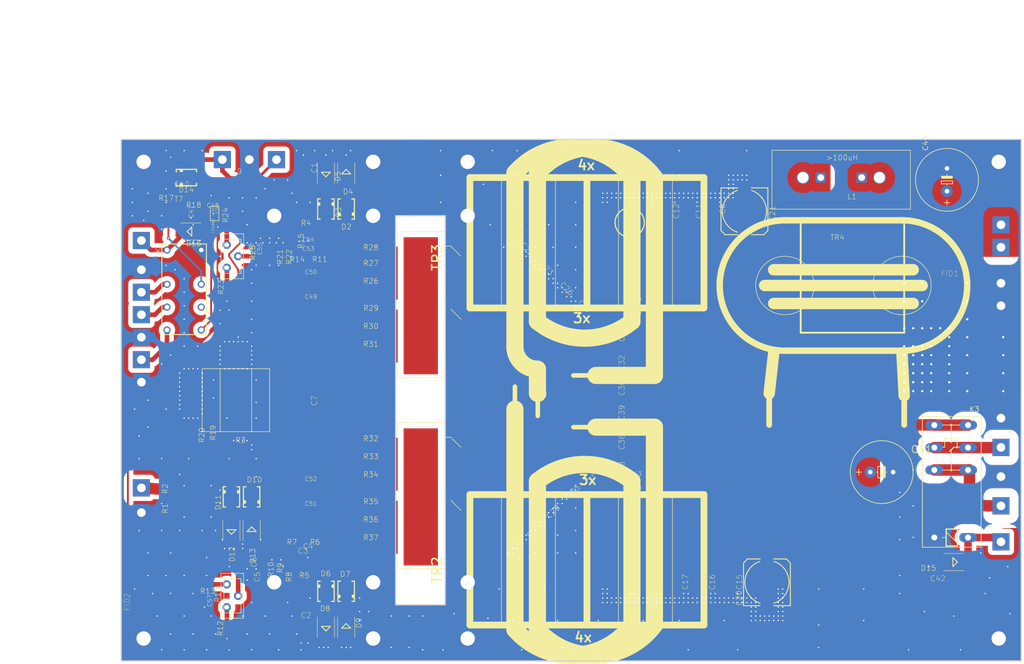
<source format=kicad_pcb>
(kicad_pcb (version 20240108) (generator "pcbnew") (generator_version "8.0")
  (layers (0 "F.Cu" signal) (31 "B.Cu" signal) (34 "B.Paste" user) (35 "F.Paste" user) (36 "B.SilkS" user "B.Silkscreen") (37 "F.SilkS" user "F.Silkscreen") (38 "B.Mask" user) (39 "F.Mask" user) (44 "Edge.Cuts" user))
  (net 0 "")
  (net 1 "GND")
  (net 2 "N$1")
  (net 3 "ATTM")
  (net 4 "N$5")
  (net 5 "N$6")
  (net 6 "N$8")
  (net 7 "N$9")
  (net 8 "N$12")
  (net 9 "N$13")
  (net 10 "N$15")
  (net 11 "N$16")
  (net 12 "DD2")
  (net 13 "N$18")
  (net 14 "N$19")
  (net 15 "DD1")
  (net 16 "N$3")
  (net 17 "N$20")
  (net 18 "N$28")
  (net 19 "N$33")
  (net 20 "RFIN")
  (net 21 "BYP1")
  (net 22 "U12")
  (net 23 "DRAIN1")
  (net 24 "DRAIN2")
  (net 25 "OUTS1")
  (net 26 "OUTS2")
  (net 27 "N$26")
  (net 28 "UVERS")
  (net 29 "OUTP1")
  (net 30 "OUTP2")
  (net 31 "N$4")
  (net 32 "N$29")
  (net 33 "OUTR1")
  (net 34 "RELAIS")
  (net 35 "UIN")
  (net 36 "N$34")
  (net 37 "RELAISOUT")
  (net 38 "BYP")
  (net 39 "N$2")
  (net 40 "N$14")
  (net 41 "DI1")
  (net 42 "DI2")
  (net 43 "N$17")
  (net 44 "N$21")
  (net 45 "N$22")
  (net 46 "N$23")
  (net 47 "G1")
  (net 48 "G2")
  (net 49 "G3")
  (net 50 "G4")
  (net 51 "N$7")
  (net 52 "N$10")
  (footprint "kwpa_ldmos2:C0603K" (layer "F.Cu") (at 67.0011 149.0036 -90)
    (property "Reference" "C57")
    (property "Value" "1u")
  )
  (footprint "kwpa_ldmos2:R0603" (layer "F.Cu") (at 82.5011 72.0036 -90)
    (property "Reference" "R21")
    (property "Value" "560")
  )
  (footprint "kwpa_ldmos2:C1210K" (layer "F.Cu") (at 163.0011 108.5036)
    (property "Reference" "C39")
    (property "Value" "10n")
  )
  (footprint "kwpa_ldmos2:C1812K" (layer "F.Cu") (at 169.0011 64.0036 90)
    (property "Reference" "C12")
    (property "Value" "100n")
  )
  (footprint "kwpa_ldmos2:SMA" (layer "F.Cu") (at 73.0011 126.5036 -90)
    (property "Reference" "D11")
    (property "Value" "SMBJ15A ")
  )
  (footprint "kwpa_ldmos2:R1206" (layer "F.Cu") (at 103.5011 133.5036)
    (property "Reference" "R36")
    (property "Value" "10")
  )
  (footprint "kwpa_ldmos2:THICKPIN" (layer "F.Cu") (at 244.0011 115.5036 90)
    (property "Reference" "JP11" (hide yes))
    (property "Value" "RF-OUT" (hide yes))
  )
  (footprint "kwpa_ldmos2:THICKPIN" (layer "F.Cu") (at 53.0011 96.0036)
    (property "Reference" "JP19" (hide yes))
    (property "Value" "TO_ATT" (hide yes))
  )
  (footprint "kwpa_ldmos2:R0603" (layer "F.Cu") (at 84.5011 72.0036 -90)
    (property "Reference" "R22")
    (property "Value" "5k6")
  )
  (footprint "kwpa_ldmos2:C1812K" (layer "F.Cu") (at 179.0011 64.0036 90)
    (property "Reference" "C8")
    (property "Value" "10n")
  )
  (footprint "kwpa_ldmos2:R2512" (layer "F.Cu") (at 75.0011 118.5036 -90)
    (property "Reference" "R3")
    (property "Value" "100/2W")
  )
  (footprint "kwpa_ldmos2:153CLV-1014" (layer "F.Cu") (at 187.0011 63.0036 -90)
    (property "Reference" "C21")
    (property "Value" "100u/63")
  )
  (footprint "kwpa_ldmos2:FIDUCIAL" (layer "F.Cu") (at 52.5011 150.5036)
    (property "Reference" "FID2")
    (property "Value" "FIDUCIAL" (hide yes))
  )
  (footprint "kwpa_ldmos2:R0603" (layer "F.Cu") (at 72.0011 156.0036 90)
    (property "Reference" "R12")
    (property "Value" "47")
  )
  (footprint "kwpa_ldmos2:G2RE" (layer "F.Cu") (at 233.0011 133.0036 90)
    (property "Reference" "K3")
    (property "Value" "G5RL-1E-HR-12V")
  )
  (footprint "kwpa_ldmos2:SMB" (layer "F.Cu") (at 98.5011 155.5036 -90)
    (property "Reference" "D9")
    (property "Value" "DIODE SMB")
  )
  (footprint "kwpa_ldmos2:C0603K" (layer "F.Cu") (at 78.5011 72.0036 90)
    (property "Reference" "C56")
    (property "Value" "10n")
  )
  (footprint "kwpa_ldmos2:C1812K" (layer "F.Cu") (at 147.5011 87.5036 -135)
    (property "Reference" "C27")
    (property "Value" "120p")
  )
  (footprint "kwpa_ldmos2:C1812K" (layer "F.Cu") (at 91.5011 125.0036)
    (property "Reference" "C52")
    (property "Value" "100n ")
  )
  (footprint "kwpa_ldmos2:R1206" (layer "F.Cu") (at 103.5011 129.5036)
    (property "Reference" "R35")
    (property "Value" "10")
  )
  (footprint "kwpa_ldmos2:R0603" (layer "F.Cu") (at 86.5011 75.0036)
    (property "Reference" "R14")
    (property "Value" "470")
  )
  (footprint "kwpa_ldmos2:THICKPIN" (layer "F.Cu") (at 83.0211 51.5236 90)
    (property "Reference" "JP9" (hide yes))
    (property "Value" "PTT" (hide yes))
  )
  (footprint "kwpa_ldmos2:HOLE32" (layer "F.Cu") (at 243.5011 158.0036)
    (property "Reference" "H4" (hide yes))
    (property "Value" "HOLE_32" (hide yes))
  )
  (footprint "kwpa_ldmos2:SMDPAD2,5X4" (layer "F.Cu") (at 128.5011 111.0036 90)
    (property "Reference" "T1S3" (hide yes))
    (property "Value" "" (hide yes))
  )
  (footprint "kwpa_ldmos2:C1812K" (layer "F.Cu") (at 139.0011 130.0036 135)
    (property "Reference" "C28")
    (property "Value" "120p")
  )
  (footprint "kwpa_ldmos2:SMA" (layer "F.Cu") (at 77.5011 126.5036 90)
    (property "Reference" "D10")
    (property "Value" "SMBJ15A ")
  )
  (footprint "kwpa_ldmos2:R2512" (layer "F.Cu") (at 89.5011 61.0036 90)
    (property "Reference" "R4")
    (property "Value" "10/2W")
  )
  (footprint "kwpa_ldmos2:C1210K" (layer "F.Cu") (at 163.0011 126.5036)
    (property "Reference" "C44")
    (property "Value" "10n")
  )
  (footprint "kwpa_ldmos2:C1206K" (layer "F.Cu") (at 89.5011 105.0036 -90)
    (property "Reference" "C7")
    (property "Value" "opt.")
  )
  (footprint "kwpa_ldmos2:HOLE32" (layer "F.Cu") (at 125.5011 64.0036)
    (property "Reference" "H5" (hide yes))
    (property "Value" "HOLE_32" (hide yes))
  )
  (footprint "kwpa_ldmos2:SMB" (layer "F.Cu") (at 94.0011 155.5036 90)
    (property "Reference" "D8")
    (property "Value" "DIODE SMB")
  )
  (footprint "kwpa_ldmos2:R1206" (layer "F.Cu") (at 103.5011 90.5036)
    (property "Reference" "R30")
    (property "Value" "10")
  )
  (footprint "kwpa_ldmos2:R2512" (layer "F.Cu") (at 89.5011 148.5036 90)
    (property "Reference" "R5")
    (property "Value" "10/2W")
  )
  (footprint "kwpa_ldmos2:HOLE32" (layer "F.Cu") (at 125.5011 158.0036)
    (property "Reference" "H14" (hide yes))
    (property "Value" "HOLE_32" (hide yes))
  )
  (footprint "kwpa_ldmos2:R0603" (layer "F.Cu") (at 65.0011 60.0036 180)
    (property "Reference" "R18")
    (property "Value" "10k")
  )
  (footprint "kwpa_ldmos2:R0603" (layer "F.Cu") (at 84.0011 138.5036 90)
    (property "Reference" "R9")
    (property "Value" "560")
  )
  (footprint "kwpa_ldmos2:C1206K" (layer "F.Cu") (at 89.5011 156.0036 -90)
    (property "Reference" "C2")
    (property "Value" "10n/450V")
  )
  (footprint "kwpa_ldmos2:KERN90_STEHEND_2PIN" (layer "F.Cu") (at 208.5011 55.5036 180)
    (property "Reference" "L1")
    (property "Value" ">100uH")
  )
  (footprint "kwpa_ldmos2:C1812K" (layer "F.Cu") (at 165.0011 145.0036 90)
    (property "Reference" "C18")
    (property "Value" "100n ")
  )
  (footprint "kwpa_ldmos2:HOLE32" (layer "F.Cu") (at 104.5011 158.0036 90)
    (property "Reference" "H6" (hide yes))
    (property "Value" "HOLE_32" (hide yes))
  )
  (footprint "kwpa_ldmos2:C1812K" (layer "F.Cu") (at 143.5011 125.5036 135)
    (property "Reference" "C25")
    (property "Value" "120p")
  )
  (footprint "kwpa_ldmos2:C1210K" (layer "F.Cu") (at 163.0011 120.5036)
    (property "Reference" "C38")
    (property "Value" "10n")
  )
  (footprint "kwpa_ldmos2:C1812K" (layer "F.Cu") (at 171.0011 145.0036 90)
    (property "Reference" "C17")
    (property "Value" "100n")
  )
  (footprint "kwpa_ldmos2:R0603" (layer "F.Cu") (at 72.0011 81.0036 90)
    (property "Reference" "R23")
    (property "Value" "47")
  )
  (footprint "kwpa_ldmos2:THICKPIN" (layer "F.Cu") (at 244.0011 136.5036)
    (property "Reference" "JP18" (hide yes))
    (property "Value" "RELAIS" (hide yes))
  )
  (footprint "kwpa_ldmos2:THICKPIN" (layer "F.Cu") (at 244.0011 109.0036 90)
    (property "Reference" "JP12" (hide yes))
    (property "Value" "GND" (hide yes))
  )
  (footprint "kwpa_ldmos2:THICKPIN" (layer "F.Cu") (at 77.0011 51.5036 90)
    (property "Reference" "JP10" (hide yes))
    (property "Value" "GND" (hide yes))
  )
  (footprint "kwpa_ldmos2:R0603" (layer "F.Cu") (at 86.5011 135.0036)
    (property "Reference" "R7")
    (property "Value" "470")
  )
  (footprint "kwpa_ldmos2:C0603K" (layer "F.Cu") (at 89.5011 137.0036)
    (property "Reference" "C3")
    (property "Value" "1u")
  )
  (footprint "kwpa_ldmos2:C1812K" (layer "F.Cu") (at 164.0011 64.0036 90)
    (property "Reference" "C13")
    (property "Value" "100n")
  )
  (footprint "kwpa_ldmos2:C1812K" (layer "F.Cu") (at 147.5011 121.5036 135)
    (property "Reference" "C29")
    (property "Value" "120p")
  )
  (footprint "kwpa_ldmos2:C1812K" (layer "F.Cu") (at 135.0011 75.0036 -135)
    (property "Reference" "C22")
    (property "Value" "120p")
  )
  (footprint "kwpa_ldmos2:153CLV-1014" (layer "F.Cu") (at 192.0011 145.5036 90)
    (property "Reference" "C20")
    (property "Value" "100u/63")
  )
  (footprint "kwpa_ldmos2:R1206" (layer "F.Cu") (at 103.5011 137.5036)
    (property "Reference" "R37")
    (property "Value" "10")
  )
  (footprint "kwpa_ldmos2:R1206" (layer "F.Cu") (at 103.5011 94.5036)
    (property "Reference" "R31")
    (property "Value" "10")
  )
  (footprint "kwpa_ldmos2:THICKPIN" (layer "F.Cu") (at 53.0011 81.0036)
    (property "Reference" "JP1" (hide yes))
    (property "Value" "RF_IN" (hide yes))
  )
  (footprint "kwpa_ldmos2:R0603" (layer "F.Cu") (at 68.0011 146.0036 180)
    (property "Reference" "R13")
    (property "Value" "270")
  )
  (footprint "kwpa_ldmos2:C1210K" (layer "F.Cu") (at 163.0011 111.5036)
    (property "Reference" "C35")
    (property "Value" "10n")
  )
  (footprint "kwpa_ldmos2:C1210K" (layer "F.Cu") (at 163.0011 84.5036)
    (property "Reference" "C46")
    (property "Value" "10n")
  )
  (footprint "kwpa_ldmos2:HOLE32" (layer "F.Cu") (at 125.5011 145.5036 90)
    (property "Reference" "H10" (hide yes))
    (property "Value" "HOLE_32" (hide yes))
  )
  (footprint "kwpa_ldmos2:SMB" (layer "F.Cu") (at 77.5011 134.0036 -90)
    (property "Reference" "D13")
    (property "Value" "DIODE SMB")
  )
  (footprint "kwpa_ldmos2:THICKPIN" (layer "F.Cu") (at 53.0011 130.0036)
    (property "Reference" "JP22" (hide yes))
    (property "Value" "GND" (hide yes))
  )
  (footprint "kwpa_ldmos2:C1210K" (layer "F.Cu") (at 163.0011 90.5036)
    (property "Reference" "C34")
    (property "Value" "10n")
  )
  (footprint "kwpa_ldmos2:R1206" (layer "F.Cu") (at 103.5011 80.5036)
    (property "Reference" "R26")
    (property "Value" "10")
  )
  (footprint "kwpa_ldmos2:C1210K" (layer "F.Cu") (at 163.0011 114.5036)
    (property "Reference" "C36")
    (property "Value" "10n")
  )
  (footprint "kwpa_ldmos2:C0603K" (layer "F.Cu") (at 89.5011 72.5036)
    (property "Reference" "C53")
    (property "Value" "1u")
  )
  (footprint "kwpa_ldmos2:THICKPIN" (layer "F.Cu") (at 244.0011 71.0036)
    (property "Reference" "JP16" (hide yes))
    (property "Value" "+50V" (hide yes))
  )
  (footprint "kwpa_ldmos2:C0603K" (layer "F.Cu") (at 78.5011 140.5036 -90)
    (property "Reference" "C5")
    (property "Value" "1u")
  )
  (footprint "kwpa_ldmos2:C1812K" (layer "F.Cu") (at 135.0011 134.0036 135)
    (property "Reference" "C24")
    (property "Value" "120p")
  )
  (footprint "kwpa_ldmos2:BLF188" (layer "F.Cu") (at 110.0011 67.5036 -90)
    (property "Reference" "T2" (hide yes))
    (property "Value" "BLF188" (hide yes))
  )
  (footprint "kwpa_ldmos2:SMA" (layer "F.Cu") (at 94.0011 147.5036 -90)
    (property "Reference" "D6")
    (property "Value" "8,2V")
  )
  (footprint "kwpa_ldmos2:MINIPOTI" (layer "F.Cu") (at 74.5011 148.5036 -90)
    (property "Reference" "R16")
    (property "Value" "250")
  )
  (footprint "kwpa_ldmos2:C0603K" (layer "F.Cu") (at 233.5011 144.5036)
    (property "Reference" "C42")
    (property "Value" "100n")
  )
  (footprint "kwpa_ldmos2:R1206" (layer "F.Cu") (at 103.5011 76.5036)
    (property "Reference" "R27")
    (property "Value" "10")
  )
  (footprint "kwpa_ldmos2:SMA" (layer "F.Cu") (at 63.0011 55.5036)
    (property "Reference" "D14")
    (property "Value" "6,2V/1W")
  )
  (footprint "kwpa_ldmos2:THICKPIN" (layer "F.Cu") (at 53.0011 86.0036)
    (property "Reference" "JP7" (hide yes))
    (property "Value" "RX_BYP1" (hide yes))
  )
  (footprint "kwpa_ldmos2:HOLE32" (layer "F.Cu") (at 82.5011 64.0036 90)
    (property "Reference" "H11" (hide yes))
    (property "Value" "HOLE_32" (hide yes))
  )
  (footprint "kwpa_ldmos2:C1812K" (layer "F.Cu") (at 91.5011 84.5036)
    (property "Reference" "C49")
    (property "Value" "100n ")
  )
  (footprint "kwpa_ldmos2:R1206" (layer "F.Cu") (at 103.5011 119.5036)
    (property "Reference" "R33")
    (property "Value" "10")
  )
  (footprint "kwpa_ldmos2:R1206" (layer "F.Cu") (at 103.5011 123.5036)
    (property "Reference" "R34")
    (property "Value" "10")
  )
  (footprint "kwpa_ldmos2:THICKPIN" (layer "F.Cu") (at 53.0011 101.0036)
    (property "Reference" "JP20" (hide yes))
    (property "Value" "GND" (hide yes))
  )
  (footprint "kwpa_ldmos2:R2512" (layer "F.Cu") (at 65.0011 118.5036 90)
    (property "Reference" "R20")
    (property "Value" "22/2W")
  )
  (footprint "kwpa_ldmos2:SMB" (layer "F.Cu") (at 94.0011 54.5036 90)
    (property "Reference" "D5")
    (property "Value" "DIODE SMB")
  )
  (footprint "kwpa_ldmos2:R1206" (layer "F.Cu") (at 103.5011 86.5036)
    (property "Reference" "R29")
    (property "Value" "10")
  )
  (footprint "kwpa_ldmos2:FINDER-30.22" (layer "F.Cu") (at 62.5011 80.5036 -90)
    (property "Reference" "K2")
    (property "Value" "FINDER-30.22")
  )
  (footprint "kwpa_ldmos2:SMB" (layer "F.Cu") (at 73.0011 134.0036 90)
    (property "Reference" "D12")
    (property "Value" "DIODE SMB")
  )
  (footprint "kwpa_ldmos2:C1206K" (layer "F.Cu") (at 89.5011 53.5036 -90)
    (property "Reference" "C1")
    (property "Value" "10n/450V")
  )
  (footprint "kwpa_ldmos2:SMA" (layer "F.Cu") (at 98.5011 147.5036 90)
    (property "Reference" "D7")
    (property "Value" "4,7V")
  )
  (footprint "kwpa_ldmos2:THICKPIN" (layer "F.Cu") (at 244.0011 84.0036)
    (property "Reference" "JP15" (hide yes))
    (property "Value" "GND" (hide yes))
  )
  (footprint "kwpa_ldmos2:SOT23" (layer "F.Cu") (at 61.5011 63.0036 180)
    (property "Reference" "T7")
    (property "Value" "IRLML6401")
  )
  (footprint "kwpa_ldmos2:R0603" (layer "F.Cu") (at 91.5011 135.0036)
    (property "Reference" "R6")
    (property "Value" "1k")
  )
  (footprint "kwpa_ldmos2:C1812K" (layer "F.Cu") (at 91.5011 79.0036)
    (property "Reference" "C50")
    (property "Value" "100n ")
  )
  (footprint "kwpa_ldmos2:MINIPOTI" (layer "F.Cu") (at 74.5011 73.0036 -90)
    (property "Reference" "R25")
    (property "Value" "250")
  )
  (footprint "kwpa_ldmos2:HOLE32" (layer "F.Cu") (at 104.5011 145.5036 90)
    (property "Reference" "H9" (hide yes))
    (property "Value" "HOLE_32" (hide yes))
  )
  (footprint "kwpa_ldmos2:C1812K" (layer "F.Cu") (at 143.5011 83.5036 -135)
    (property "Reference" "C26")
    (property "Value" "120p")
  )
  (footprint "kwpa_ldmos2:BLF188" (layer "F.Cu") (at 110.0011 110.0036 -90)
    (property "Reference" "T1" (hide yes))
    (property "Value" "BLF188" (hide yes))
  )
  (footprint "kwpa_ldmos2:HOLE32" (layer "F.Cu") (at 53.5011 158.0036)
    (property "Reference" "H2" (hide yes))
    (property "Value" "HOLE_32" (hide yes))
  )
  (footprint "kwpa_ldmos2:E5-13" (layer "F.Cu") (at 232.0011 56.0036 90)
    (property "Reference" "C40")
    (property "Value" "470uF/63V")
  )
  (footprint "kwpa_ldmos2:THICKPIN" (layer "F.Cu") (at 244.0011 66.0036)
    (property "Reference" "JP13" (hide yes))
    (property "Value" "+50V" (hide yes))
  )
  (footprint "kwpa_ldmos2:HOLE32" (layer "F.Cu") (at 125.5011 52.0036)
    (property "Reference" "H13" (hide yes))
    (property "Value" "HOLE_32" (hide yes))
  )
  (footprint "kwpa_ldmos2:R0805" (layer "F.Cu") (at 86.0011 140.5036 90)
    (property "Reference" "R8")
    (property "Value" "NTC0805J5K0")
  )
  (footprint "kwpa_ldmos2:C1210K" (layer "F.Cu") (at 163.0011 87.5036)
    (property "Reference" "C45")
    (property "Value" "10n")
  )
  (footprint "kwpa_ldmos2:C1812K" (layer "F.Cu") (at 177.0011 145.0036 90)
    (property "Reference" "C16")
    (property "Value" "10n")
  )
  (footprint "kwpa_ldmos2:DOPPELRINGKERN" (layer "F.Cu") (at 126.0011 155.0036)
    (property "Reference" "TR2")
    (property "Value" " ")
  )
  (footprint "kwpa_ldmos2:THICKPIN" (layer "F.Cu") (at 71.0011 51.5036 90)
    (property "Reference" "JP5" (hide yes))
    (property "Value" "+12..+14V" (hide yes))
  )
  (footprint "kwpa_ldmos2:KW-INPUT_LAIRD_28B0562-100" (layer "F.Cu") (at 81.5011 112.0036 90)
    (property "Reference" "TR1" (hide yes))
    (property "Value" "4:1 Laird 28B0562-100" (hide yes))
  )
  (footprint "kwpa_ldmos2:SMA" (layer "F.Cu") (at 98.5011 62.5036 90)
    (property "Reference" "D2")
    (property "Value" "8,2V")
  )
  (footprint "kwpa_ldmos2:SMB" (layer "F.Cu") (at 98.5011 54.5036 -90)
    (property "Reference" "D4")
    (property "Value" "DIODE SMB")
  )
  (footprint "kwpa_ldmos2:SMDPAD2,5X4" (layer "F.Cu") (at 181.5011 70.5036 180)
    (property "Reference" "T1P3" (hide yes))
    (property "Value" "" (hide yes))
  )
  (footprint "kwpa_ldmos2:HOLE32" (layer "F.Cu") (at 53.5011 52.0036)
    (property "Reference" "H1" (hide yes))
    (property "Value" "HOLE_32" (hide yes))
  )
  (footprint "kwpa_ldmos2:C1812K" (layer "F.Cu") (at 174.0011 64.0036 90)
    (property "Reference" "C11")
    (property "Value" "10n")
  )
  (footprint "kwpa_ldmos2:C0805K" (layer "F.Cu") (at 74.0011 56.0036)
    (property "Reference" "C9")
    (property "Value" "10u/25")
  )
  (footprint "kwpa_ldmos2:THICKPIN" (layer "F.Cu") (at 53.0011 124.5036)
    (property "Reference" "JP21" (hide yes))
    (property "Value" "FROM_ATT" (hide yes))
  )
  (footprint "kwpa_ldmos2:C1210K" (layer "F.Cu") (at 163.0011 102.5036)
    (property "Reference" "C30")
    (property "Value" "10n")
  )
  (footprint "kwpa_ldmos2:C1812K" (layer "F.Cu") (at 183.0011 145.0036 90)
    (property "Reference" "C15")
    (property "Value" "10n")
  )
  (footprint "kwpa_ldmos2:C0603K" (layer "F.Cu") (at 76.5011 140.5036 -90)
    (property "Reference" "C6")
    (property "Value" "10n")
  )
  (footprint "kwpa_ldmos2:C1812K" (layer "F.Cu") (at 159.0011 64.0036 90)
    (property "Reference" "C14")
    (property "Value" "1u")
  )
  (footprint "kwpa_ldmos2:R2512" (layer "F.Cu") (at 63.0011 125.0036)
    (property "Reference" "R2")
    (property "Value" "22/2W")
  )
  (footprint "kwpa_ldmos2:THICKPIN" (layer "F.Cu") (at 244.0011 79.0036)
    (property "Reference" "JP14" (hide yes))
    (property "Value" "GND" (hide yes))
  )
  (footprint "kwpa_ldmos2:HOLE32" (layer "F.Cu") (at 104.5011 52.0036 90)
    (property "Reference" "H7" (hide yes))
    (property "Value" "HOLE_32" (hide yes))
  )
  (footprint "kwpa_ldmos2:HOLE32" (layer "F.Cu") (at 104.5011 64.0036 90)
    (property "Reference" "H12" (hide yes))
    (property "Value" "HOLE_32" (hide yes))
  )
  (footprint "kwpa_ldmos2:HOLE32" (layer "F.Cu") (at 82.5011 145.5036 90)
    (property "Reference" "H8" (hide yes))
    (property "Value" "HOLE_32" (hide yes))
  )
  (footprint "kwpa_ldmos2:C1210K" (layer "F.Cu") (at 163.0011 99.5036)
    (property "Reference" "C31")
    (property "Value" "10n")
  )
  (footprint "kwpa_ldmos2:C1210K" (layer "F.Cu") (at 163.0011 96.5036)
    (property "Reference" "C32")
    (property "Value" "10n")
  )
  (footprint "kwpa_ldmos2:THICKPIN" (layer "F.Cu") (at 53.0011 69.5036)
    (property "Reference" "JP17" (hide yes))
    (property "Value" "RELAIS" (hide yes))
  )
  (footprint "kwpa_ldmos2:C1812K" (layer "F.Cu") (at 139.0011 79.0036 -135)
    (property "Reference" "C23")
    (property "Value" "120p")
  )
  (footprint "kwpa_ldmos2:THICKPIN" (layer "F.Cu") (at 244.0011 122.0036 90)
    (property "Reference" "JP3" (hide yes))
    (property "Value" "GND" (hide yes))
  )
  (footprint "kwpa_ldmos2:R1206" (layer "F.Cu") (at 103.5011 115.5036)
    (property "Reference" "R32")
    (property "Value" "10")
  )
  (footprint "kwpa_ldmos2:C0603K" (layer "F.Cu") (at 69.5011 60.5036 180)
    (property "Reference" "C48")
    (property "Value" "10u")
  )
  (footprint "kwpa_ldmos2:DOPPELRINGKERN_REV" (layer "F.Cu") (at 126.0011 55.5036)
    (property "Reference" "TR3")
    (property "Value" " ")
  )
  (footprint "kwpa_ldmos2:R2512" (layer "F.Cu") (at 63.0011 129.5036)
    (property "Reference" "R1")
    (property "Value" "22/2W")
  )
  (footprint "kwpa_ldmos2:C1210K" (layer "F.Cu") (at 163.0011 117.5036)
    (property "Reference" "C37")
    (property "Value" "10n")
  )
  (footprint "kwpa_ldmos2:R1206" (layer "F.Cu") (at 103.5011 73.0036)
    (property "Reference" "R28")
    (property "Value" "10")
  )
  (footprint "kwpa_ldmos2:THICKPIN" (layer "F.Cu") (at 53.0011 76.0036)
    (property "Reference" "JP2" (hide yes))
    (property "Value" "GND" (hide yes))
  )
  (footprint "kwpa_ldmos2:SMA" (layer "F.Cu") (at 94.0011 62.5036 -90)
    (property "Reference" "D3")
    (property "Value" "4,7V")
  )
  (footprint "kwpa_ldmos2:C0603K" (layer "F.Cu") (at 89.5011 70.5036)
    (property "Reference" "C54")
    (property "Value" "100n")
  )
  (footprint "kwpa_ldmos2:E5-13" (layer "F.Cu") (at 217.5011 121.0036)
    (property "Reference" "C41")
    (property "Value" "470uF/63V")
  )
  (footprint "kwpa_ldmos2:C1210K" (layer "F.Cu") (at 163.0011 123.5036)
    (property "Reference" "C43")
    (property "Value" "10n")
  )
  (footprint "kwpa_ldmos2:R0603" (layer "F.Cu") (at 73.0011 65.0036 90)
    (property "Reference" "R24")
    (property "Value" "270")
  )
  (footprint "kwpa_ldmos2:SMB" (layer "F.Cu") (at 233.5011 141.0036 180)
    (property "Reference" "D15")
    (property "Value" "DIODE SMB")
  )
  (footprint "kwpa_ldmos2:C0603K" (layer "F.Cu") (at 61.5011 58.5036)
    (property "Reference" "C10")
    (property "Value" "10n")
  )
  (footprint "kwpa_ldmos2:C1812K" (layer "F.Cu") (at 159.0011 145.0036 90)
    (property "Reference" "C19")
    (property "Value" "1u")
  )
  (footprint "kwpa_ldmos2:C0805K" (layer "F.Cu") (at 65.5011 63.5036 90)
    (property "Reference" "C47")
    (property "Value" "10u")
  )
  (footprint "kwpa_ldmos2:HOLE32" (layer "F.Cu") (at 243.5011 52.0036)
    (property "Reference" "H3" (hide yes))
    (property "Value" "HOLE_32" (hide yes))
  )
  (footprint "kwpa_ldmos2:C0603K" (layer "F.Cu") (at 80.5011 72.0036 90)
    (property "Reference" "C55")
    (property "Value" "1u")
  )
  (footprint "kwpa_ldmos2:C1812K" (layer "F.Cu") (at 91.5011 130.5036)
    (property "Reference" "C51")
    (property "Value" "100n ")
  )
  (footprint "kwpa_ldmos2:FIDUCIAL" (layer "F.Cu") (at 232.5011 79.5036)
    (property "Reference" "FID1")
    (property "Value" "FIDUCIAL" (hide yes))
  )
  (footprint "kwpa_ldmos2:R0603" (layer "F.Cu") (at 91.5011 75.0036)
    (property "Reference" "R11")
    (property "Value" "1k")
  )
  (footprint "kwpa_ldmos2:R2512" (layer "F.Cu") (at 70.0011 118.5036 90)
    (property "Reference" "R19")
    (property "Value" "22/2W")
  )
  (footprint "kwpa_ldmos2:R0805" (layer "F.Cu") (at 86.5011 68.5036 -90)
    (property "Reference" "R15")
    (property "Value" "NTC0805J5K0")
  )
  (footprint "kwpa_ldmos2:SMB" (layer "F.Cu") (at 64.0011 67.5036)
    (property "Reference" "D16")
    (property "Value" "DIODE SMB")
  )
  (footprint "kwpa_ldmos2:SOT23-5" (layer "F.Cu") (at 68.0011 63.5036 -90)
    (property "Reference" "IC2")
    (property "Value" "LP2992 - 5V")
  )
  (footprint "kwpa_ldmos2:R0603" (layer "F.Cu") (at 82.0011 138.5036 90)
    (property "Reference" "R10")
    (property "Value" "5k6")
  )
  (footprint "kwpa_ldmos2:THICKPIN" (layer "F.Cu") (at 244.0011 128.5036 90)
    (property "Reference" "JP4" (hide yes))
    (property "Value" "RXBYP-2" (hide yes))
  )
  (footprint "kwpa_ldmos2:THICKPIN" (layer "F.Cu") (at 53.0011 91.0036)
    (property "Reference" "JP8" (hide yes))
    (property "Value" "GND" (hide yes))
  )
  (footprint "kwpa_ldmos2:SMDPAD2,5X4" (layer "F.Cu") (at 182.0011 134.0036)
    (property "Reference" "T1S4" (hide yes))
    (property "Value" "" (hide yes))
  )
  (footprint "kwpa_ldmos2:R0603" (layer "F.Cu") (at 61.5011 60.0036)
    (property "Reference" "R17")
    (property "Value" "10k")
  )
  (footprint "kwpa_ldmos2:SMDPAD2,5X4" (layer "F.Cu") (at 128.0011 99.5036 90)
    (property "Reference" "T1P4" (hide yes))
    (property "Value" "" (hide yes))
  )
  (footprint "kwpa_ldmos2:DOPPELLMANTEL_STEHEND" (layer "F.Cu") (at 182.0011 65.0036 -90)
    (property "Reference" "TR4")
    (property "Value" " ")
  )
  (footprint "kwpa_ldmos2:C1210K" (layer "F.Cu") (at 163.0011 93.5036)
    (property "Reference" "C33")
    (property "Value" "10n")
  )
  (footprint "kwpa_ldmos2:C0603K" (layer "F.Cu") (at 89.5011 139.0036)
    (property "Reference" "C4")
    (property "Value" "100n")
  )
  (gr_line (start 222.5011 90.0036) (end 199.5011 90.0036) (stroke (width 0.4064)) (layer "F.SilkS"))
  (gr_line (start 222.5011 65.0036) (end 222.5011 90.0036) (stroke (width 0.4064)) (layer "F.SilkS"))
  (gr_circle (center 161.5011 65.5036) (end 164.7511 65.5036) (stroke (width 0.254)) (fill none) (layer "F.SilkS"))
  (gr_line (start 199.5011 65.0036) (end 222.5011 65.0036) (stroke (width 0.4064)) (layer "F.SilkS"))
  (gr_line (start 199.5011 90.0036) (end 199.5011 65.0036) (stroke (width 0.4064)) (layer "F.SilkS"))
  (gr_line (start 109.5011 64.0036) (end 120.5011 64.0036) (stroke (width 0.254)) (layer "Edge.Cuts"))
  (gr_line (start 248.5011 163.0036) (end 248.5011 47.0036) (stroke (width 0.254)) (layer "Edge.Cuts"))
  (gr_line (start 48.5011 47.0036) (end 48.5011 163.0036) (stroke (width 0.254)) (layer "Edge.Cuts"))
  (gr_line (start 248.5011 47.0036) (end 48.5011 47.0036) (stroke (width 0.254)) (layer "Edge.Cuts"))
  (gr_line (start 109.5011 150.5036) (end 120.5011 150.5036) (stroke (width 0.254)) (layer "Edge.Cuts"))
  (gr_line (start 120.5011 64.0036) (end 120.5011 150.5036) (stroke (width 0.254)) (layer "Edge.Cuts"))
  (gr_line (start 109.5011 64.0036) (end 109.5011 150.5036) (stroke (width 0.254)) (layer "Edge.Cuts"))
  (gr_line (start 48.5011 163.0036) (end 248.5011 163.0036) (stroke (width 0.254)) (layer "Edge.Cuts"))
  (segment (start 86.5011 67.5536) (end 86.0511 67.5536) (width 1.016) (layer "F.Cu") (net 1))
  (segment (start 75.0011 115.7036) (end 75.0011 114.5036) (width 0.4064) (layer "F.Cu") (net 1))
  (segment (start 75.0011 56.0036) (end 77.0011 54.0036) (width 1.016) (layer "F.Cu") (net 1))
  (segment (start 78.5011 71.1286) (end 78.5011 70.0036) (width 1.016) (layer "F.Cu") (net 1))
  (segment (start 76.5011 141.3786) (end 76.5011 142.5036) (width 1.016) (layer "F.Cu") (net 1))
  (segment (start 75.0011 114.5036) (end 75.5011 114.0036) (width 0.4064) (layer "F.Cu") (net 1))
  (segment (start 72.8011 136.0036) (end 71.0011 136.0036) (width 1.016) (layer "F.Cu") (net 1))
  (segment (start 77.7011 136.0036) (end 79.5011 136.0036) (width 1.016) (layer "F.Cu") (net 1))
  (segment (start 90.3761 70.5036) (end 90.3761 72.5036) (width 1.016) (layer "F.Cu") (net 1))
  (segment (start 65.5011 64.5036) (end 64.0011 64.5036) (width 1.016) (layer "F.Cu") (net 1))
  (segment (start 72.0011 156.8536) (end 72.0011 158.0036) (width 1.016) (layer "F.Cu") (net 1))
  (segment (start 86.0011 142.0036) (end 82.5011 145.5036) (width 1.016) (layer "F.Cu") (net 1))
  (segment (start 68.6261 60.5036) (end 68.5011 60.3786) (width 1.016) (layer "F.Cu") (net 1))
  (segment (start 82.5011 71.1536) (end 82.5011 70.5036) (width 1.016) (layer "F.Cu") (net 1))
  (segment (start 77.5011 136.2036) (end 77.7011 136.0036) (width 1.016) (layer "F.Cu") (net 1))
  (segment (start 90.3761 137.0036) (end 90.3761 139.0036) (width 1.016) (layer "F.Cu") (net 1))
  (segment (start 74.0011 93.5036) (end 74.5011 91.0036) (width 0.4064) (layer "F.Cu") (net 1))
  (segment (start 66.2011 67.5036) (end 66.0011 67.7036) (width 1.016) (layer "F.Cu") (net 1))
  (segment (start 90.3761 139.6286) (end 90.0011 140.0036) (width 1.016) (layer "F.Cu") (net 1))
  (segment (start 80.5011 71.1286) (end 80.0011 70.6286) (width 1.016) (layer "F.Cu") (net 1))
  (segment (start 84.0011 139.3536) (end 84.0011 140.5036) (width 1.016) (layer "F.Cu") (net 1))
  (segment (start 84.5011 71.1536) (end 84.5011 70.0036) (width 1.016) (layer "F.Cu") (net 1))
  (segment (start 231.3011 143.1786) (end 231.3011 141.0036) (width 1.016) (layer "F.Cu") (net 1))
  (segment (start 72.0011 81.8536) (end 72.0011 83.0036) (width 1.016) (layer "F.Cu") (net 1))
  (segment (start 90.3761 139.0036) (end 90.3761 139.6286) (width 1.016) (layer "F.Cu") (net 1))
  (segment (start 73.0011 136.2036) (end 72.8011 136.0036) (width 1.016) (layer "F.Cu") (net 1))
  (segment (start 67.0011 149.8786) (end 67.0011 151.0036) (width 1.016) (layer "F.Cu") (net 1))
  (segment (start 98.5011 52.3036) (end 98.5011 50.5036) (width 0.4064) (layer "F.Cu") (net 1))
  (segment (start 62.5011 103.5036) (end 65.5011 98.0036) (width 0.4064) (layer "F.Cu") (net 1))
  (segment (start 68.5011 60.3786) (end 68.5011 59.5036) (width 1.016) (layer "F.Cu") (net 1))
  (segment (start 78.5011 141.3786) (end 78.5011 142.5036) (width 1.016) (layer "F.Cu") (net 1))
  (segment (start 90.3761 69.8786) (end 90.0011 69.5036) (width 1.016) (layer "F.Cu") (net 1))
  (segment (start 80.0011 70.6286) (end 80.0011 70.0036) (width 1.016) (layer "F.Cu") (net 1))
  (segment (start 89.5011 51.0036) (end 89.0011 50.5036) (width 0.4064) (layer "F.Cu") (net 1))
  (segment (start 98.5011 157.7036) (end 98.5011 160.0036) (width 1.016) (layer "F.Cu") (net 1))
  (segment (start 86.0011 141.4536) (end 86.0011 142.0036) (width 1.016) (layer "F.Cu") (net 1))
  (segment (start 77.0011 54.0036) (end 77.0011 51.5036) (width 1.016) (layer "F.Cu") (net 1))
  (segment (start 82.0011 139.3536) (end 82.0011 140.5036) (width 1.016) (layer "F.Cu") (net 1))
  (segment (start 74.0011 95.0036) (end 74.0011 93.5036) (width 0.4064) (layer "F.Cu") (net 1))
  (segment (start 94.0011 157.7036) (end 93.5011 160.0036) (width 1.016) (layer "F.Cu") (net 1))
  (segment (start 66.0011 67.7036) (end 66.0011 69.5036) (width 1.016) (layer "F.Cu") (net 1))
  (segment (start 232.6261 144.5036) (end 231.3011 143.1786) (width 1.016) (layer "F.Cu") (net 1))
  (segment (start 82.5011 70.5036) (end 83.0011 70.0036) (width 1.016) (layer "F.Cu") (net 1))
  (segment (start 68.0011 63.5036) (end 69.0011 63.5036) (width 0.6096) (layer "F.Cu") (net 1))
  (segment (start 64.0011 103.5036) (end 62.5011 103.5036) (width 0.4064) (layer "F.Cu") (net 1))
  (segment (start 89.5011 52.0036) (end 89.5011 51.0036) (width 0.4064) (layer "F.Cu") (net 1))
  (segment (start 90.3761 70.5036) (end 90.3761 69.8786) (width 1.016) (layer "F.Cu") (net 1))
  (segment (start 86.0511 67.5536) (end 82.5011 64.0036) (width 1.016) (layer "F.Cu") (net 1))
  (segment (start 94.0011 52.3036) (end 94.0011 50.5036) (width 0.4064) (layer "F.Cu") (net 1))
  (segment (start 89.5011 157.5036) (end 90.0011 159.0036) (width 1.016) (layer "F.Cu") (net 1))
  (via (at 194.5011 154.0036) (size 0.7064) (drill 0.3) (layers "F.Cu" "B.Cu") (net 1))
  (via (at 66.5011 134.0036) (size 0.7064) (drill 0.3) (layers "F.Cu" "B.Cu") (net 1))
  (via (at 64.5011 157.0036) (size 0.7064) (drill 0.3) (layers "F.Cu" "B.Cu") (net 1))
  (via (at 221.5011 131.0036) (size 0.7064) (drill 0.3) (layers "F.Cu" "B.Cu") (net 1))
  (via (at 57.5011 67.0036) (size 0.7064) (drill 0.3) (layers "F.Cu" "B.Cu") (net 1))
  (via (at 137.5011 137.0036) (size 0.7064) (drill 0.3) (layers "F.Cu" "B.Cu") (net 1))
  (via (at 163.5011 149.0036) (size 0.7064) (drill 0.3) (layers "F.Cu" "B.Cu") (net 1))
  (via (at 156.5011 61.0036) (size 0.7064) (drill 0.3) (layers "F.Cu" "B.Cu") (net 1))
  (via (at 203.5011 147.0036) (size 0.7064) (drill 0.3) (layers "F.Cu" "B.Cu") (net 1))
  (via (at 195.5011 150.0036) (size 0.7064) (drill 0.3) (layers "F.Cu" "B.Cu") (net 1))
  (via (at 169.5011 149.0036) (size 0.7064) (drill 0.3) (layers "F.Cu" "B.Cu") (net 1))
  (via (at 66.0011 69.5036) (size 0.7064) (drill 0.3) (layers "F.Cu" "B.Cu") (net 1))
  (via (at 136.5011 71.0036) (size 0.7064) (drill 0.3) (layers "F.Cu" "B.Cu") (net 1))
  (via (at 170.5011 59.0036) (size 0.7064) (drill 0.3) (layers "F.Cu" "B.Cu") (net 1))
  (via (at 166.5011 59.0036) (size 0.7064) (drill 0.3) (layers "F.Cu" "B.Cu") (net 1))
  (via (at 181.5011 61.0036) (size 0.7064) (drill 0.3) (layers "F.Cu" "B.Cu") (net 1))
  (via (at 69.0011 63.5036) (size 0.7064) (drill 0.3) (layers "F.Cu" "B.Cu") (net 1))
  (via (at 101.5011 149.0036) (size 0.7064) (drill 0.3) (layers "F.Cu" "B.Cu") (net 1))
  (via (at 95.5011 49.5036) (size 0.7064) (drill 0.3) (layers "F.Cu" "B.Cu") (net 1))
  (via (at 137.5011 160.5036) (size 0.7064) (drill 0.3) (layers "F.Cu" "B.Cu") (net 1))
  (via (at 149.5011 71.0036) (size 0.7064) (drill 0.3) (layers "F.Cu" "B.Cu") (net 1))
  (via (at 222.5011 83.0036) (size 0.9064) (drill 0.5) (layers "F.Cu" "B.Cu") (net 1))
  (via (at 170.5011 60.0036) (size 0.7064) (drill 0.3) (layers "F.Cu" "B.Cu") (net 1))
  (via (at 168.5011 149.0036) (size 0.7064) (drill 0.3) (layers "F.Cu" "B.Cu") (net 1))
  (via (at 236.5011 103.0036) (size 0.9064) (drill 0.5) (layers "F.Cu" "B.Cu") (net 1))
  (via (at 184.5011 58.0036) (size 0.7064) (drill 0.3) (layers "F.Cu" "B.Cu") (net 1))
  (via (at 80.5011 153.0036) (size 0.7064) (drill 0.3) (layers "F.Cu" "B.Cu") (net 1))
  (via (at 155.5011 147.0036) (size 0.7064) (drill 0.3) (layers "F.Cu" "B.Cu") (net 1))
  (via (at 84.5011 70.0036) (size 0.7064) (drill 0.3) (layers "F.Cu" "B.Cu") (net 1))
  (via (at 147.5011 81.0036) (size 0.7064) (drill 0.3) (layers "F.Cu" "B.Cu") (net 1))
  (via (at 72.0011 83.0036) (size 0.7064) (drill 0.3) (layers "F.Cu" "B.Cu") (net 1))
  (via (at 169.5011 60.0036) (size 0.7064) (drill 0.3) (layers "F.Cu" "B.Cu") (net 1))
  (via (at 193.5011 153.0036) (size 0.7064) (drill 0.3) (layers "F.Cu" "B.Cu") (net 1))
  (via (at 148.5011 125.0036) (size 0.7064) (drill 0.3) (layers "F.Cu" "B.Cu") (net 1))
  (via (at 175.5011 60.0036) (size 0.7064) (drill 0.3) (layers "F.Cu" "B.Cu") (net 1))
  (via (at 244.5011 103.0036) (size 0.9064) (drill 0.5) (layers "F.Cu" "B.Cu") (net 1))
  (via (at 140.5011 74.0036) (size 0.7064) (drill 0.3) (layers "F.Cu" "B.Cu") (net 1))
  (via (at 51.0011 61.0036) (size 0.7064) (drill 0.3) (layers "F.Cu" "B.Cu") (net 1))
  (via (at 194.5011 148.0036) (size 0.7064) (drill 0.3) (layers "F.Cu" "B.Cu") (net 1))
  (via (at 72.5011 85.0036) (size 0.7064) (drill 0.3) (layers "F.Cu" "B.Cu") (net 1))
  (via (at 64.5011 98.0036) (size 0.7064) (drill 0.3) (layers "F.Cu" "B.Cu") (net 1))
  (via (at 226.5011 101.0036) (size 0.9064) (drill 0.5) (layers "F.Cu" "B.Cu") (net 1))
  (via (at 165.5011 59.0036) (size 0.7064) (drill 0.3) (layers "F.Cu" "B.Cu") (net 1))
  (via (at 222.5011 99.0036) (size 0.9064) (drill 0.5) (layers "F.Cu" "B.Cu") (net 1))
  (via (at 78.5011 109.0036) (size 0.7064) (drill 0.3) (layers "F.Cu" "B.Cu") (net 1))
  (via (at 64.5011 109.0036) (size 0.7064) (drill 0.3) (layers "F.Cu" "B.Cu") (net 1))
  (via (at 192.5011 153.0036) (size 0.7064) (drill 0.3) (layers "F.Cu" "B.Cu") (net 1))
  (via (at 98.5011 50.5036) (size 0.7064) (drill 0.3) (layers "F.Cu" "B.Cu") (net 1))
  (via (at 191.5011 154.0036) (size 0.7064) (drill 0.3) (layers "F.Cu" "B.Cu") (net 1))
  (via (at 76.5011 98.0036) (size 0.7064) (drill 0.3) (layers "F.Cu" "B.Cu") (net 1))
  (via (at 67.5011 160.5036) (size 0.7064) (drill 0.3) (layers "F.Cu" "B.Cu") (net 1))
  (via (at 167.5011 148.0036) (size 0.7064) (drill 0.3) (layers "F.Cu" "B.Cu") (net 1))
  (via (at 232.5011 99.0036) (size 0.9064) (drill 0.5) (layers "F.Cu" "B.Cu") (net 1))
  (via (at 77.5011 76.0036) (size 0.7064) (drill 0.3) (layers "F.Cu" "B.Cu") (net 1))
  (via (at 222.5011 97.0036) (size 0.9064) (drill 0.5) (layers "F.Cu" "B.Cu") (net 1))
  (via (at 168.5011 150.0036) (size 0.7064) (drill 0.3) (layers "F.Cu" "B.Cu") (net 1))
  (via (at 236.5011 95.0036) (size 0.9064) (drill 0.5) (layers "F.Cu" "B.Cu") (net 1))
  (via (at 155.5011 60.0036) (size 0.7064) (drill 0.3) (layers "F.Cu" "B.Cu") (net 1))
  (via (at 89.0011 50.5036) (size 0.7064) (drill 0.3) (layers "F.Cu" "B.Cu") (net 1))
  (via (at 76.5011 70.0036) (size 0.7064) (drill 0.3) (layers "F.Cu" "B.Cu") (net 1))
  (via (at 81.5011 70.0036) (size 0.7064) (drill 0.3) (layers "F.Cu" "B.Cu") (net 1))
  (via (at 146.5011 80.0036) (size 0.7064) (drill 0.3) (layers "F.Cu" "B.Cu") (net 1))
  (via (at 63.5011 98.0036) (size 0.7064) (drill 0.3) (layers "F.Cu" "B.Cu") (net 1))
  (via (at 224.5011 101.0036) (size 0.9064) (drill 0.5) (layers "F.Cu" "B.Cu") (net 1))
  (via (at 163.5011 59.0036) (size 0.7064) (drill 0.3) (layers "F.Cu" "B.Cu") (net 1))
  (via (at 90.0011 69.5036) (size 0.7064) (drill 0.3) (layers "F.Cu" "B.Cu") (net 1))
  (via (at 149.5011 124.0036) (size 0.7064) (drill 0.3) (layers "F.Cu" "B.Cu") (net 1))
  (via (at 155.5011 61.0036) (size 0.7064) (drill 0.3) (layers "F.Cu" "B.Cu") (net 1))
  (via (at 164.5011 60.0036) (size 0.7064) (drill 0.3) (layers "F.Cu" "B.Cu") (net 1))
  (via (at 70.5011 93.0036) (size 0.7064) (drill 0.3) (layers "F.Cu" "B.Cu") (net 1))
  (via (at 185.5011 148.0036) (size 0.7064) (drill 0.3) (layers "F.Cu" "B.Cu") (net 1))
  (via (at 222.5011 103.0036) (size 0.9064) (drill 0.5) (layers "F.Cu" "B.Cu") (net 1))
  (via (at 57.5011 160.5036) (size 0.7064) (drill 0.3) (layers "F.Cu" "B.Cu") (net 1))
  (via (at 75.5011 60.0036) (size 0.7064) (drill 0.3) (layers "F.Cu" "B.Cu") (net 1))
  (via (at 236.5011 99.0036) (size 0.9064) (drill 0.5) (layers "F.Cu" "B.Cu") (net 1))
  (via (at 194.5011 152.0036) (size 0.7064) (drill 0.3) (layers "F.Cu" "B.Cu") (net 1))
  (via (at 244.5011 91.0036) (size 0.9064) (drill 0.5) (layers "F.Cu" "B.Cu") (net 1))
  (via (at 143.5011 78.0036) (size 0.7064) (drill 0.3) (layers "F.Cu" "B.Cu") (net 1))
  (via (at 228.0011 142.0036) (size 0.7064) (drill 0.3) (layers "F.Cu" "B.Cu") (net 1))
  (via (at 232.5011 95.0036) (size 0.9064) (drill 0.5) (layers "F.Cu" "B.Cu") (net 1))
  (via (at 162.5011 59.0036) (size 0.7064) (drill 0.3) (layers "F.Cu" "B.Cu") (net 1))
  (via (at 188.5011 150.0036) (size 0.7064) (drill 0.3) (layers "F.Cu" "B.Cu") (net 1))
  (via (at 54.5011 139.0036) (size 0.7064) (drill 0.3) (layers "F.Cu" "B.Cu") (net 1))
  (via (at 145.5011 79.0036) (size 0.7064) (drill 0.3) (layers "F.Cu" "B.Cu") (net 1))
  (via (at 62.5011 160.5036) (size 0.7064) (drill 0.3) (layers "F.Cu" "B.Cu") (net 1))
  (via (at 76.5011 114.0036) (size 0.7064) (drill 0.3) (layers "F.Cu" "B.Cu") (net 1))
  (via (at 149.5011 160.5036) (size 0.7064) (drill 0.3) (layers "F.Cu" "B.Cu") (net 1))
  (via (at 144.5011 79.0036) (size 0.7064) (drill 0.3) (layers "F.Cu" "B.Cu") (net 1))
  (via (at 84.5011 142.0036) (size 0.7064) (drill 0.3) (layers "F.Cu" "B.Cu") (net 1))
  (via (at 186.5011 149.0036) (size 0.7064) (drill 0.3) (layers "F.Cu" "B.Cu") (net 1))
  (via (at 81.5011 69.0036) (size 0.7064) (drill 0.3) (layers "F.Cu" "B.Cu") (net 1))
  (via (at 76.5011 142.5036) (size 0.7064) (drill 0.3) (layers "F.Cu" "B.Cu") (net 1))
  (via (at 232.5011 103.0036) (size 0.9064) (drill 0.5) (layers "F.Cu" "B.Cu") (net 1))
  (via (at 136.5011 137.0036) (size 0.7064) (drill 0.3) (layers "F.Cu" "B.Cu") (net 1))
  (via (at 226.5011 99.0036) (size 0.9064) (drill 0.5) (layers "F.Cu" "B.Cu") (net 1))
  (via (at 62.5011 98.0036) (size 0.7064) (drill 0.3) (layers "F.Cu" "B.Cu") (net 1))
  (via (at 172.5011 49.5036) (size 0.7064) (drill 0.3) (layers "F.Cu" "B.Cu") (net 1))
  (via (at 224.5011 95.0036) (size 0.9064) (drill 0.5) (layers "F.Cu" "B.Cu") (net 1))
  (via (at 228.5011 95.0036) (size 0.9064) (drill 0.5) (layers "F.Cu" "B.Cu") (net 1))
  (via (at 141.5011 133.0036) (size 0.7064) (drill 0.3) (layers "F.Cu" "B.Cu") (net 1))
  (via (at 52.5011 113.0036) (size 0.7064) (drill 0.3) (layers "F.Cu" "B.Cu") (net 1))
  (via (at 146.5011 128.0036) (size 0.7064) (drill 0.3) (layers "F.Cu" "B.Cu") (net 1))
  (via (at 65.5011 98.0036) (size 0.7064) (drill 0.3) (layers "F.Cu" "B.Cu") (net 1))
  (via (at 224.5011 99.0036) (size 0.9064) (drill 0.5) (layers "F.Cu" "B.Cu") (net 1))
  (via (at 232.5011 97.0036) (size 0.9064) (drill 0.5) (layers "F.Cu" "B.Cu") (net 1))
  (via (at 167.5011 60.0036) (size 0.7064) (drill 0.3) (layers "F.Cu" "B.Cu") (net 1))
  (via (at 149.5011 129.0036) (size 0.7064) (drill 0.3) (layers "F.Cu" "B.Cu") (net 1))
  (via (at 144.5011 130.0036) (size 0.7064) (drill 0.3) (layers "F.Cu" "B.Cu") (net 1))
  (via (at 179.5011 150.0036) (size 0.7064) (drill 0.3) (layers "F.Cu" "B.Cu") (net 1))
  (via (at 224.5011 97.0036) (size 0.9064) (drill 0.5) (layers "F.Cu" "B.Cu") (net 1))
  (via (at 70.5011 85.0036) (size 0.7064) (drill 0.3) (layers "F.Cu" "B.Cu") (net 1))
  (via (at 75.5011 98.0036) (size 0.7064) (drill 0.3) (layers "F.Cu" "B.Cu") (net 1))
  (via (at 77.5011 160.5036) (size 0.7064) (drill 0.3) (layers "F.Cu" "B.Cu") (net 1))
  (via (at 155.5011 59.0036) (size 0.7064) (drill 0.3) (layers "F.Cu" "B.Cu") (net 1))
  (via (at 232.5011 101.0036) (size 0.9064) (drill 0.5) (layers "F.Cu" "B.Cu") (net 1))
  (via (at 180.5011 60.0036) (size 0.7064) (drill 0.3) (layers "F.Cu" "B.Cu") (net 1))
  (via (at 164.5011 150.0036) (size 0.7064) (drill 0.3) (layers "F.Cu" "B.Cu") (net 1))
  (via (at 175.5011 59.0036) (size 0.7064) (drill 0.3) (layers "F.Cu" "B.Cu") (net 1))
  (via (at 173.5011 59.0036) (size 0.7064) (drill 0.3) (layers "F.Cu" "B.Cu") (net 1))
  (via (at 139.5011 135.0036) (size 0.7064) (drill 0.3) (layers "F.Cu" "B.Cu") (net 1))
  (via (at 165.5011 149.0036) (size 0.7064) (drill 0.3) (layers "F.Cu" "B.Cu") (net 1))
  (via (at 51.0011 58.0036) (size 0.7064) (drill 0.3) (layers "F.Cu" "B.Cu") (net 1))
  (via (at 172.5011 60.0036) (size 0.7064) (drill 0.3) (layers "F.Cu" "B.Cu") (net 1))
  (via (at 154.5011 154.0036) (size 0.7064) (drill 0.3) (layers "F.Cu" "B.Cu") (net 1))
  (via (at 162.5011 60.0036) (size 0.7064) (drill 0.3) (layers "F.Cu" "B.Cu") (net 1))
  (via (at 233.5011 153.0036) (size 0.7064) (drill 0.3) (layers "F.Cu" "B.Cu") (net 1))
  (via (at 66.5011 100.0036) (size 0.7064) (drill 0.3) (layers "F.Cu" "B.Cu") (net 1))
  (via (at 228.5011 97.0036) (size 0.9064) (drill 0.5) (layers "F.Cu" "B.Cu") (net 1))
  (via (at 221.5011 148.0036) (size 0.7064) (drill 0.3) (layers "F.Cu" "B.Cu") (net 1))
  (via (at 187.5011 150.0036) (size 0.7064) (drill 0.3) (layers "F.Cu" "B.Cu") (net 1))
  (via (at 67.5011 140.0036) (size 0.7064) (drill 0.3) (layers "F.Cu" "B.Cu") (net 1))
  (via (at 85.5011 56.0036) (size 0.7064) (drill 0.3) (layers "F.Cu" "B.Cu") (net 1))
  (via (at 77.5011 90.0036) (size 0.7064) (drill 0.3) (layers "F.Cu" "B.Cu") (net 1))
  (via (at 169.5011 150.0036) (size 0.7064) (drill 0.3) (layers "F.Cu" "B.Cu") (net 1))
  (via (at 98.5011 160.0036) (size 0.7064) (drill 0.3) (layers "F.Cu" "B.Cu") (net 1))
  (via (at 239.5011 139.0036) (size 0.7064) (drill 0.3) (layers "F.Cu" "B.Cu") (net 1))
  (via (at 156.5011 147.0036) (size 0.7064) (drill 0.3) (layers "F.Cu" "B.Cu") (net 1))
  (via (at 145.5011 129.0036) (size 0.7064) (drill 0.3) (layers "F.Cu" "B.Cu") (net 1))
  (via (at 173.5011 60.0036) (size 0.7064) (drill 0.3) (layers "F.Cu" "B.Cu") (net 1))
  (via (at 175.5011 149.0036) (size 0.7064) (drill 0.3) (layers "F.Cu" "B.Cu") (net 1))
  (via (at 184.5011 149.0036) (size 0.7064) (drill 0.3) (layers "F.Cu" "B.Cu") (net 1))
  (via (at 61.5011 106.0036) (size 0.7064) (drill 0.3) (layers "F.Cu" "B.Cu") (net 1))
  (via (at 183.5011 56.0036) (size 0.7064) (drill 0.3) (layers "F.Cu" "B.Cu") (net 1))
  (via (at 61.5011 107.0036) (size 0.7064) (drill 0.3) (layers "F.Cu" "B.Cu") (net 1))
  (via (at 181.5011 150.0036) (size 0.7064) (drill 0.3) (layers "F.Cu" "B.Cu") (net 1))
  (via (at 183.5011 58.0036) (size 0.7064) (drill 0.3) (layers "F.Cu" "B.Cu") (net 1))
  (via (at 61.5011 121.5036) (size 0.7064) (drill 0.3) (layers "F.Cu" "B.Cu") (net 1))
  (via (at 142.5011 132.0036) (size 0.7064) (drill 0.3) (layers "F.Cu" "B.Cu") (net 1))
  (via (at 156.5011 59.0036) (size 0.7064) (drill 0.3) (layers "F.Cu" "B.Cu") (net 1))
  (via (at 84.0011 140.5036) (size 0.7064) (drill 0.3) (layers "F.Cu" "B.Cu") (net 1))
  (via (at 213.5011 147.0036) (size 0.7064) (drill 0.3) (layers "F.Cu" "B.Cu") (net 1))
  (via (at 52.5011 118.0036) (size 0.7064) (drill 0.3) (layers "F.Cu" "B.Cu") (net 1))
  (via (at 157.5011 60.0036) (size 0.7064) (drill 0.3) (layers "F.Cu" "B.Cu") (net 1))
  (via (at 172.5011 149.0036) (size 0.7064) (drill 0.3) (layers "F.Cu" "B.Cu") (net 1))
  (via (at 70.5011 125.0036) (size 0.7064) (drill 0.3) (layers "F.Cu" "B.Cu") (net 1))
  (via (at 74.5011 92.0036) (size 0.7064) (drill 0.3) (layers "F.Cu" "B.Cu") (net 1))
  (via (at 66.5011 105.0036) (size 0.7064) (drill 0.3) (layers "F.Cu" "B.Cu") (net 1))
  (via (at 156.5011 148.0036) (size 0.7064) (drill 0.3) (layers "F.Cu" "B.Cu") (net 1))
  (via (at 51.5011 147.0036) (size 0.7064) (drill 0.3) (layers "F.Cu" "B.Cu") (net 1))
  (via (at 78.5011 118.0036) (size 0.7064) (drill 0.3) (layers "F.Cu" "B.Cu") (net 1))
  (via (at 142.5011 76.0036) (size 0.7064) (drill 0.3) (layers "F.Cu" "B.Cu") (net 1))
  (via (at 195.5011 149.0036) (size 0.7064) (drill 0.3) (layers "F.Cu" "B.Cu") (net 1))
  (via (at 137.5011 72.0036) (size 0.7064) (drill 0.3) (layers "F.Cu" "B.Cu") (net 1))
  (via (at 148.5011 82.0036) (size 0.7064) (drill 0.3) (layers "F.Cu" "B.Cu") (net 1))
  (via (at 92.5011 160.0036) (size 0.7064) (drill 0.3) (layers "F.Cu" "B.Cu") (net 1))
  (via (at 213.5011 154.0036) (size 0.7064) (drill 0.3) (layers "F.Cu" "B.Cu") (net 1))
  (via (at 161.5011 61.0036) (size 0.7064) (drill 0.3) (layers "F.Cu" "B.Cu") (net 1))
  (via (at 130.0011 153.5036) (size 0.7064) (drill 0.3) (layers "F.Cu" "B.Cu") (net 1))
  (via (at 177.5011 59.0036) (size 0.7064) (drill 0.3) (layers "F.Cu" "B.Cu") (net 1))
  (via (at 83.5011 160.5036) (size 0.7064) (drill 0.3) (layers "F.Cu" "B.Cu") (net 1))
  (via (at 185.5011 160.5036) (size 0.7064) (drill 0.3) (layers "F.Cu" "B.Cu") (net 1))
  (via (at 159.5011 60.0036) (size 0.7064) (drill 0.3) (layers "F.Cu" "B.Cu") (net 1))
  (via (at 73.5011 114.0036) (size 0.7064) (drill 0.3) (layers "F.Cu" "B.Cu") (net 1))
  (via (at 185.5011 55.0036) (size 0.7064) (drill 0.3) (layers "F.Cu" "B.Cu") (net 1))
  (via (at 222.5011 89.0036) (size 0.9064) (drill 0.5) (layers "F.Cu" "B.Cu") (net 1))
  (via (at 184.5011 55.0036) (size 0.7064) (drill 0.3) (layers "F.Cu" "B.Cu") (net 1))
  (via (at 171.5011 59.0036) (size 0.7064) (drill 0.3) (layers "F.Cu" "B.Cu") (net 1))
  (via (at 161.5011 149.0036) (size 0.7064) (drill 0.3) (layers "F.Cu" "B.Cu") (net 1))
  (via (at 139.5011 74.0036) (size 0.7064) (drill 0.3) (layers "F.Cu" "B.Cu") (net 1))
  (via (at 174.5011 60.0036) (size 0.7064) (drill 0.3) (layers "F.Cu" "B.Cu") (net 1))
  (via (at 139.5011 134.0036) (size 0.7064) (drill 0.3) (layers "F.Cu" "B.Cu") (net 1))
  (via (at 189.5011 154.0036) (size 0.7064) (drill 0.3) (layers "F.Cu" "B.Cu") (net 1))
  (via (at 180.5011 149.0036) (size 0.7064) (drill 0.3) (layers "F.Cu" "B.Cu") (net 1))
  (via (at 59.5011 95.0036) (size 0.7064) (drill 0.3) (layers "F.Cu" "B.Cu") (net 1))
  (via (at 145.5011 75.0036) (size 0.7064) (drill 0.3) (layers "F.Cu" "B.Cu") (net 1))
  (via (at 71.5011 98.0036) (size 0.7064) (drill 0.3) (layers "F.Cu" "B.Cu") (net 1))
  (via (at 68.5011 124.0036) (size 0.7064) (drill 0.3) (layers "F.Cu" "B.Cu") (net 1))
  (via (at 73.5011 98.0036) (size 0.7064) (drill 0.3) (layers "F.Cu" "B.Cu") (net 1))
  (via (at 221.5011 144.0036) (size 0.7064) (drill 0.3) (layers "F.Cu" "B.Cu") (net 1))
  (via (at 180.5011 59.0036) (size 0.7064) (drill 0.3) (layers "F.Cu" "B.Cu") (net 1))
  (via (at 155.5011 148.0036) (size 0.7064) (drill 0.3) (layers "F.Cu" "B.Cu") (net 1))
  (via (at 75.5011 137.0036) (size 0.7064) (drill 0.3) (layers "F.Cu" "B.Cu") (net 1))
  (via (at 103.5011 152.0036) (size 0.7064) (drill 0.3) (layers "F.Cu" "B.Cu") (net 1))
  (via (at 120.0011 160.5036) (size 0.7064) (drill 0.3) (layers "F.Cu" "B.Cu") (net 1))
  (via (at 75.5011 92.0036) (size 0.7064) (drill 0.3) (layers "F.Cu" "B.Cu") (net 1))
  (via (at 157.5011 150.0036) (size 0.7064) (drill 0.3) (layers "F.Cu" "B.Cu") (net 1))
  (via (at 187.5011 49.5036) (size 0.7064) (drill 0.3) (layers "F.Cu" "B.Cu") (net 1))
  (via (at 175.5011 150.0036) (size 0.7064) (drill 0.3) (layers "F.Cu" "B.Cu") (net 1))
  (via (at 244.5011 95.0036) (size 0.9064) (drill 0.5) (layers "F.Cu" "B.Cu") (net 1))
  (via (at 232.5011 89.0036) (size 0.9064) (drill 0.5) (layers "F.Cu" "B.Cu") (net 1))
  (via (at 115.5011 160.5036) (size 0.7064) (drill 0.3) (layers "F.Cu" "B.Cu") (net 1))
  (via (at 161.5011 60.0036) (size 0.7064) (drill 0.3) (layers "F.Cu" "B.Cu") (net 1))
  (via (at 119.5011 55.0036) (size 0.7064) (drill 0.3) (layers "F.Cu" "B.Cu") (net 1))
  (via (at 80.5011 58.0036) (size 0.7064) (drill 0.3) (layers "F.Cu" "B.Cu") (net 1))
  (via (at 184.5011 60.0036) (size 0.7064) (drill 0.3) (layers "F.Cu" "B.Cu") (net 1))
  (via (at 61.5011 101.0036) (size 0.7064) (drill 0.3) (layers "F.Cu" "B.Cu") (net 1))
  (via (at 66.5011 101.0036) (size 0.7064) (drill 0.3) (layers "F.Cu" "B.Cu") (net 1))
  (via (at 80.0011 70.0036) (size 0.7064) (drill 0.3) (layers "F.Cu" "B.Cu") (net 1))
  (via (at 174.5011 160.5036) (size 0.7064) (drill 0.3) (layers "F.Cu" "B.Cu") (net 1))
  (via (at 77.5011 79.0036) (size 0.7064) (drill 0.3) (layers "F.Cu" "B.Cu") (net 1))
  (via (at 77.5011 95.0036) (size 0.7064) (drill 0.3) (layers "F.Cu" "B.Cu") (net 1))
  (via (at 90.0011 140.0036) (size 0.7064) (drill 0.3) (layers "F.Cu" "B.Cu") (net 1))
  (via (at 194.5011 150.0036) (size 0.7064) (drill 0.3) (layers "F.Cu" "B.Cu") (net 1))
  (via (at 173.5011 148.0036) (size 0.7064) (drill 0.3) (layers "F.Cu" "B.Cu") (net 1))
  (via (at 168.5011 59.0036) (size 0.7064) (drill 0.3) (layers "F.Cu" "B.Cu") (net 1))
  (via (at 73.5011 92.0036) (size 0.7064) (drill 0.3) (layers "F.Cu" "B.Cu") (net 1))
  (via (at 228.5011 99.0036) (size 0.9064) (drill 0.5) (layers "F.Cu" "B.Cu") (net 1))
  (via (at 55.5011 148.0036) (size 0.7064) (drill 0.3) (layers "F.Cu" "B.Cu") (net 1))
  (via (at 172.5011 55.0036) (size 0.7064) (drill 0.3) (layers "F.Cu" "B.Cu") (net 1))
  (via (at 143.5011 77.0036) (size 0.7064) (drill 0.3) (layers "F.Cu" "B.Cu") (net 1))
  (via (at 155.5011 150.0036) (size 0.7064) (drill 0.3) (layers "F.Cu" "B.Cu") (net 1))
  (via (at 171.5011 150.0036) (size 0.7064) (drill 0.3) (layers "F.Cu" "B.Cu") (net 1))
  (via (at 178.5011 60.0036) (size 0.7064) (drill 0.3) (layers "F.Cu" "B.Cu") (net 1))
  (via (at 112.5011 153.0036) (size 0.7064) (drill 0.3) (layers "F.Cu" "B.Cu") (net 1))
  (via (at 156.5011 150.0036) (size 0.7064) (drill 0.3) (layers "F.Cu" "B.Cu") (net 1))
  (via (at 147.5011 82.0036) (size 0.7064) (drill 0.3) (layers "F.Cu" "B.Cu") (net 1))
  (via (at 158.5011 150.0036) (size 0.7064) (drill 0.3) (layers "F.Cu" "B.Cu") (net 1))
  (via (at 87.5011 61.0036) (size 0.7064) (drill 0.3) (layers "F.Cu" "B.Cu") (net 1))
  (via (at 190.5011 154.0036) (size 0.7064) (drill 0.3) (layers "F.Cu" "B.Cu") (net 1))
  (via (at 59.5011 139.0036) (size 0.7064) (drill 0.3) (layers "F.Cu" "B.Cu") (net 1))
  (via (at 76.5011 92.0036) (size 0.7064) (drill 0.3) (layers "F.Cu" "B.Cu") (net 1))
  (via (at 82.0011 140.5036) (size 0.7064) (drill 0.3) (layers "F.Cu" "B.Cu") (net 1))
  (via (at 173.5011 150.0036) (size 0.7064) (drill 0.3) (layers "F.Cu" "B.Cu") (net 1))
  (via (at 149.5011 83.0036) (size 0.7064) (drill 0.3) (layers "F.Cu" "B.Cu") (net 1))
  (via (at 61.5011 105.0036) (size 0.7064) (drill 0.3) (layers "F.Cu" "B.Cu") (net 1))
  (via (at 158.5011 149.0036) (size 0.7064) (drill 0.3) (layers "F.Cu" "B.Cu") (net 1))
  (via (at 194.5011 147.0036) (size 0.7064) (drill 0.3) (layers "F.Cu" "B.Cu") (net 1))
  (via (at 78.5011 105.5036) (size 0.7064) (drill 0.3) (layers "F.Cu" "B.Cu") (net 1))
  (via (at 58.5011 58.0036) (size 0.7064) (drill 0.3) (layers "F.Cu" "B.Cu") (net 1))
  (via (at 101.5011 154.0036) (size 0.7064) (drill 0.3) (layers "F.Cu" "B.Cu") (net 1))
  (via (at 94.5011 160.0036) (size 0.7064) (drill 0.3) (layers "F.Cu" "B.Cu") (net 1))
  (via (at 183.5011 150.0036) (size 0.7064) (drill 0.3) (layers "F.Cu" "B.Cu") (net 1))
  (via (at 65.5011 93.0036) (size 0.7064) (drill 0.3) (layers "F.Cu" "B.Cu") (net 1))
  (via (at 129.0011 57.0036) (size 0.7064) (drill 0.3) (layers "F.Cu" "B.Cu") (net 1))
  (via (at 72.5011 118.0036) (size 0.7064) (drill 0.3) (layers "F.Cu" "B.Cu") (net 1))
  (via (at 183.5011 60.0036) (size 0.7064) (drill 0.3) (layers "F.Cu" "B.Cu") (net 1))
  (via (at 235.0011 160.5036) (size 0.7064) (drill 0.3) (layers "F.Cu" "B.Cu") (net 1))
  (via (at 188.5011 149.0036) (size 0.7064) (drill 0.3) (layers "F.Cu" "B.Cu") (net 1))
  (via (at 195.5011 147.0036) (size 0.7064) (drill 0.3) (layers "F.Cu" "B.Cu") (net 1))
  (via (at 182.5011 59.0036) (size 0.7064) (drill 0.3) (layers "F.Cu" "B.Cu") (net 1))
  (via (at 141.5011 75.0036) (size 0.7064) (drill 0.3) (layers "F.Cu" "B.Cu") (net 1))
  (via (at 72.0011 109.0036) (size 0.7064) (drill 0.3) (layers "F.Cu" "B.Cu") (net 1))
  (via (at 178.5011 149.0036) (size 0.7064) (drill 0.3) (layers "F.Cu" "B.Cu") (net 1))
  (via (at 67.0011 151.0036) (size 0.7064) (drill 0.3) (layers "F.Cu" "B.Cu") (net 1))
  (via (at 72.5011 92.0036) (size 0.7064) (drill 0.3) (layers "F.Cu" "B.Cu") (net 1))
  (via (at 136.5011 49.5036) (size 0.7064) (drill 0.3) (layers "F.Cu" "B.Cu") (net 1))
  (via (at 182.5011 60.0036) (size 0.7064) (drill 0.3) (layers "F.Cu" "B.Cu") (net 1))
  (via (at 183.5011 59.0036) (size 0.7064) (drill 0.3) (layers "F.Cu" "B.Cu") (net 1))
  (via (at 63.5011 109.0036) (size 0.7064) (drill 0.3) (layers "F.Cu" "B.Cu") (net 1))
  (via (at 174.5011 148.0036) (size 0.7064) (drill 0.3) (layers "F.Cu" "B.Cu") (net 1))
  (via (at 178.5011 150.0036) (size 0.7064) (drill 0.3) (layers "F.Cu" "B.Cu") (net 1))
  (via (at 236.5011 83.0036) (size 0.9064) (drill 0.5) (layers "F.Cu" "B.Cu") (net 1))
  (via (at 62.5011 153.0036) (size 0.7064) (drill 0.3) (layers "F.Cu" "B.Cu") (net 1))
  (via (at 144.5011 71.0036) (size 0.7064) (drill 0.3) (layers "F.Cu" "B.Cu") (net 1))
  (via (at 159.5011 59.0036) (size 0.7064) (drill 0.3) (layers "F.Cu" "B.Cu") (net 1))
  (via (at 173.5011 149.0036) (size 0.7064) (drill 0.3) (layers "F.Cu" "B.Cu") (net 1))
  (via (at 226.5011 97.0036) (size 0.9064) (drill 0.5) (layers "F.Cu" "B.Cu") (net 1))
  (via (at 194.5011 149.0036) (size 0.7064) (drill 0.3) (layers "F.Cu" "B.Cu") (net 1))
  (via (at 145.5011 139.0036) (size 0.7064) (drill 0.3) (layers "F.Cu" "B.Cu") (net 1))
  (via (at 54.5011 111.0036) (size 0.7064) (drill 0.3) (layers "F.Cu" "B.Cu") (net 1))
  (via (at 161.5011 59.0036) (size 0.7064) (drill 0.3) (layers "F.Cu" "B.Cu") (net 1))
  (via (at 176.5011 149.0036) (size 0.7064) (drill 0.3) (layers "F.Cu" "B.Cu") (net 1))
  (via (at 180.5011 148.0036) (size 0.7064) (drill 0.3) (layers "F.Cu" "B.Cu") (net 1))
  (via (at 62.5011 131.0036) (size 0.7064) (drill 0.3) (layers "F.Cu" "B.Cu") (net 1))
  (via (at 71.5011 92.0036) (size 0.7064) (drill 0.3) (layers "F.Cu" "B.Cu") (net 1))
  (via (at 60.5011 76.0036) (size 0.7064) (drill 0.3) (layers "F.Cu" "B.Cu") (net 1))
  (via (at 177.5011 150.0036) (size 0.7064) (drill 0.3) (layers "F.Cu" "B.Cu") (net 1))
  (via (at 222.5011 101.0036) (size 0.9064) (drill 0.5) (layers "F.Cu" "B.Cu") (net 1))
  (via (at 145.5011 135.0036) (size 0.7064) (drill 0.3) (layers "F.Cu" "B.Cu") (net 1))
  (via (at 246.0011 152.5036) (size 0.7064) (drill 0.3) (layers "F.Cu" "B.Cu") (net 1))
  (via (at 77.5011 93.0036) (size 0.7064) (drill 0.3) (layers "F.Cu" "B.Cu") (net 1))
  (via (at 192.5011 154.0036) (size 0.7064) (drill 0.3) (layers "F.Cu" "B.Cu") (net 1))
  (via (at 187.5011 55.0036) (size 0.7064) (drill 0.3) (layers "F.Cu" "B.Cu") (net 1))
  (via (at 236.5011 91.0036) (size 0.9064) (drill 0.5) (layers "F.Cu" "B.Cu") (net 1))
  (via (at 72.5011 138.0036) (size 0.7064) (drill 0.3) (layers "F.Cu" "B.Cu") (net 1))
  (via (at 169.5011 59.0036) (size 0.7064) (drill 0.3) (layers "F.Cu" "B.Cu") (net 1))
  (via (at 181.5011 60.0036) (size 0.7064) (drill 0.3) (layers "F.Cu" "B.Cu") (net 1))
  (via (at 181.5011 59.0036) (size 0.7064) (drill 0.3) (layers "F.Cu" "B.Cu") (net 1))
  (via (at 226.5011 83.0036) (size 0.9064) (drill 0.5) (layers "F.Cu" "B.Cu") (net 1))
  (via (at 62.5011 90.0036) (size 0.7064) (drill 0.3) (layers "F.Cu" "B.Cu") (net 1))
  (via (at 143.5011 130.0036) (size 0.7064) (drill 0.3) (layers "F.Cu" "B.Cu") (net 1))
  (via (at 77.5011 83.0036) (size 0.7064) (drill 0.3) (layers "F.Cu" "B.Cu") (net 1))
  (via (at 172.5011 59.0036) (size 0.7064) (drill 0.3) (layers "F.Cu" "B.Cu") (net 1))
  (via (at 72.5011 160.5036) (size 0.7064) (drill 0.3) (layers "F.Cu" "B.Cu") (net 1))
  (via (at 166.5011 150.0036) (size 0.7064) (drill 0.3) (layers "F.Cu" "B.Cu") (net 1))
  (via (at 59.5011 157.0036) (size 0.7064) (drill 0.3) (layers "F.Cu" "B.Cu") (net 1))
  (via (at 82.5011 56.0036) (size 0.7064) (drill 0.3) (layers "F.Cu" "B.Cu") (net 1))
  (via (at 76.5011 66.0036) (size 0.7064) (drill 0.3) (layers "F.Cu" "B.Cu") (net 1))
  (via (at 138.5011 135.0036) (size 0.7064) (drill 0.3) (layers "F.Cu" "B.Cu") (net 1))
  (via (at 68.5011 153.0036) (size 0.7064) (drill 0.3) (layers "F.Cu" "B.Cu") (net 1))
  (via (at 228.5011 101.0036) (size 0.9064) (drill 0.5) (layers "F.Cu" "B.Cu") (net 1))
  (via (at 224.5011 103.0036) (size 0.9064) (drill 0.5) (layers "F.Cu" "B.Cu") (net 1))
  (via (at 66.5011 106.0036) (size 0.7064) (drill 0.3) (layers "F.Cu" "B.Cu") (net 1))
  (via (at 179.5011 60.0036) (size 0.7064) (drill 0.3) (layers "F.Cu" "B.Cu") (net 1))
  (via (at 179.5011 59.0036) (size 0.7064) (drill 0.3) (layers "F.Cu" "B.Cu") (net 1))
  (via (at 70.5011 73.0036) (size 0.7064) (drill 0.3) (layers "F.Cu" "B.Cu") (net 1))
  (via (at 189.5011 150.0036) (size 0.7064) (drill 0.3) (layers "F.Cu" "B.Cu") (net 1))
  (via (at 187.5011 149.0036) (size 0.7064) (drill 0.3) (layers "F.Cu" "B.Cu") (net 1))
  (via (at 224.5011 120.5036) (size 0.7064) (drill 0.3) (layers "F.Cu" "B.Cu") (net 1))
  (via (at 131.0011 49.5036) (size 0.7064) (drill 0.3) (layers "F.Cu" "B.Cu") (net 1))
  (via (at 187.5011 56.0036) (size 0.7064) (drill 0.3) (layers "F.Cu" "B.Cu") (net 1))
  (via (at 137.5011 66.0036) (size 0.7064) (drill 0.3) (layers "F.Cu" "B.Cu") (net 1))
  (via (at 74.5011 98.0036) (size 0.7064) (drill 0.3) (layers "F.Cu" "B.Cu") (net 1))
  (via (at 203.5011 155.0036) (size 0.7064) (drill 0.3) (layers "F.Cu" "B.Cu") (net 1))
  (via (at 66.5011 103.0036) (size 0.7064) (drill 0.3) (layers "F.Cu" "B.Cu") (net 1))
  (via (at 222.5011 93.0036) (size 0.9064) (drill 0.5) (layers "F.Cu" "B.Cu") (net 1))
  (via (at 70.0011 78.0036) (size 0.7064) (drill 0.3) (layers "F.Cu" "B.Cu") (net 1))
  (via (at 78.5011 70.0036) (size 0.7064) (drill 0.3) (layers "F.Cu" "B.Cu") (net 1))
  (via (at 70.5011 97.0036) (size 0.7064) (drill 0.3) (layers "F.Cu" "B.Cu") (net 1))
  (via (at 176.5011 59.0036) (size 0.7064) (drill 0.3) (layers "F.Cu" "B.Cu") (net 1))
  (via (at 58.5011 107.0036) (size 0.7064) (drill 0.3) (layers "F.Cu" "B.Cu") (net 1))
  (via (at 158.5011 55.0036) (size 0.7064) (drill 0.3) (layers "F.Cu" "B.Cu") (net 1))
  (via (at 221.5011 136.0036) (size 0.7064) (drill 0.3) (layers "F.Cu" "B.Cu") (net 1))
  (via (at 163.5011 150.0036) (size 0.7064) (drill 0.3) (layers "F.Cu" "B.Cu") (net 1))
  (via (at 66.5011 99.0036) (size 0.7064) (drill 0.3) (layers "F.Cu" "B.Cu") (net 1))
  (via (at 66.5011 49.5036) (size 0.7064) (drill 0.3) (layers "F.Cu" "B.Cu") (net 1))
  (via (at 112.5011 160.0036) (size 0.7064) (drill 0.3) (layers "F.Cu" "B.Cu") (net 1))
  (via (at 145.5011 154.0036) (size 0.7064) (drill 0.3) (layers "F.Cu" "B.Cu") (net 1))
  (via (at 147.5011 126.0036) (size 0.7064) (drill 0.3) (layers "F.Cu" "B.Cu") (net 1))
  (via (at 149.5011 139.0036) (size 0.7064) (drill 0.3) (layers "F.Cu" "B.Cu") (net 1))
  (via (at 62.5011 93.0036) (size 0.7064) (drill 0.3) (layers "F.Cu" "B.Cu") (net 1))
  (via (at 245.5011 142.0036) (size 0.7064) (drill 0.3) (layers "F.Cu" "B.Cu") (net 1))
  (via (at 186.5011 55.0036) (size 0.7064) (drill 0.3) (layers "F.Cu" "B.Cu") (net 1))
  (via (at 64.5011 148.0036) (size 0.7064) (drill 0.3) (layers "F.Cu" "B.Cu") (net 1))
  (via (at 146.5011 49.5036) (size 0.7064) (drill 0.3) (layers "F.Cu" "B.Cu") (net 1))
  (via (at 183.5011 55.0036) (size 0.7064) (drill 0.3) (layers "F.Cu" "B.Cu") (net 1))
  (via (at 167.5011 150.0036) (size 0.7064) (drill 0.3) (layers "F.Cu" "B.Cu") (net 1))
  (via (at 224.5011 93.0036) (size 0.9064) (drill 0.5) (layers "F.Cu" "B.Cu") (net 1))
  (via (at 222.5011 95.0036) (size 0.9064) (drill 0.5) (layers "F.Cu" "B.Cu") (net 1))
  (via (at 70.5011 88.0036) (size 0.7064) (drill 0.3) (layers "F.Cu" "B.Cu") (net 1))
  (via (at 59.5011 51.0036) (size 0.7064) (drill 0.3) (layers "F.Cu" "B.Cu") (net 1))
  (via (at 99.5011 160.0036) (size 0.7064) (drill 0.3) (layers "F.Cu" "B.Cu") (net 1))
  (via (at 195.5011 152.0036) (size 0.7064) (drill 0.3) (layers "F.Cu" "B.Cu") (net 1))
  (via (at 75.5011 138.0036) (size 0.7064) (drill 0.3) (layers "F.Cu" "B.Cu") (net 1))
  (via (at 223.5011 160.5036) (size 0.7064) (drill 0.3) (layers "F.Cu" "B.Cu") (net 1))
  (via (at 69.5011 157.0036) (size 0.7064) (drill 0.3) (layers "F.Cu" "B.Cu") (net 1))
  (via (at 81.5011 75.0036) (size 0.7064) (drill 0.3) (layers "F.Cu" "B.Cu") (net 1))
  (via (at 159.5011 149.0036) (size 0.7064) (drill 0.3) (layers "F.Cu" "B.Cu") (net 1))
  (via (at 179.5011 149.0036) (size 0.7064) (drill 0.3) (layers "F.Cu" "B.Cu") (net 1))
  (via (at 161.5011 160.5036) (size 0.7064) (drill 0.3) (layers "F.Cu" "B.Cu") (net 1))
  (via (at 58.5011 49.5036) (size 0.7064) (drill 0.3) (layers "F.Cu" "B.Cu") (net 1))
  (via (at 195.5011 153.0036) (size 0.7064) (drill 0.3) (layers "F.Cu" "B.Cu") (net 1))
  (via (at 171.5011 60.0036) (size 0.7064) (drill 0.3) (layers "F.Cu" "B.Cu") (net 1))
  (via (at 91.5011 49.5036) (size 0.7064) (drill 0.3) (layers "F.Cu" "B.Cu") (net 1))
  (via (at 160.5011 59.0036) (size 0.7064) (drill 0.3) (layers "F.Cu" "B.Cu") (net 1))
  (via (at 142.5011 131.0036) (size 0.7064) (drill 0.3) (layers "F.Cu" "B.Cu") (net 1))
  (via (at 177.5011 149.0036) (size 0.7064) (drill 0.3) (layers "F.Cu" "B.Cu") (net 1))
  (via (at 62.5011 81.0036) (size 0.7064) (drill 0.3) (layers "F.Cu" "B.Cu") (net 1))
  (via (at 149.5011 125.0036) (size 0.7064) (drill 0.3) (layers "F.Cu" "B.Cu") (net 1))
  (via (at 136.5011 61.0036) (size 0.7064) (drill 0.3) (layers "F.Cu" "B.Cu") (net 1))
  (via (at 66.5011 104.0036) (size 0.7064) (drill 0.3) (layers "F.Cu" "B.Cu") (net 1))
  (via (at 52.5011 134.0036) (size 0.7064) (drill 0.3) (layers "F.Cu" "B.Cu") (net 1))
  (via (at 236.5011 87.0036) (size 0.9064) (drill 0.5) (layers "F.Cu" "B.Cu") (net 1))
  (via (at 188.5011 152.0036) (size 0.7064) (drill 0.3) (layers "F.Cu" "B.Cu") (net 1))
  (via (at 164.5011 149.0036) (size 0.7064) (drill 0.3) (layers "F.Cu" "B.Cu") (net 1))
  (via (at 170.5011 150.0036) (size 0.7064) (drill 0.3) (layers "F.Cu" "B.Cu") (net 1))
  (via (at 130.5011 66.0036) (size 0.7064) (drill 0.3) (layers "F.Cu" "B.Cu") (net 1))
  (via (at 149.5011 61.0036) (size 0.7064) (drill 0.3) (layers "F.Cu" "B.Cu") (net 1))
  (via (at 138.5011 136.0036) (size 0.7064) (drill 0.3) (layers "F.Cu" "B.Cu") (net 1))
  (via (at 75.5011 153.0036) (size 0.7064) (drill 0.3) (layers "F.Cu" "B.Cu") (net 1))
  (via (at 77.5011 94.0036) (size 0.7064) (drill 0.3) (layers "F.Cu" "B.Cu") (net 1))
  (via (at 159.5011 150.0036) (size 0.7064) (drill 0.3) (layers "F.Cu" "B.Cu") (net 1))
  (via (at 224.5011 128.5036) (size 0.7064) (drill 0.3) (layers "F.Cu" "B.Cu") (net 1))
  (via (at 174.5011 59.0036) (size 0.7064) (drill 0.3) (layers "F.Cu" "B.Cu") (net 1))
  (via (at 166.5011 149.0036) (size 0.7064) (drill 0.3) (layers "F.Cu" "B.Cu") (net 1))
  (via (at 158.5011 49.5036) (size 0.7064) (drill 0.3) (layers "F.Cu" "B.Cu") (net 1))
  (via (at 146.5011 127.0036) (size 0.7064) (drill 0.3) (layers "F.Cu" "B.Cu") (net 1))
  (via (at 241.5011 144.5036) (size 0.7064) (drill 0.3) (layers "F.Cu" "B.Cu") (net 1))
  (via (at 161.5011 148.0036) (size 0.7064) (drill 0.3) (layers "F.Cu" "B.Cu") (net 1))
  (via (at 160.5011 149.0036) (size 0.7064) (drill 0.3) (layers "F.Cu" "B.Cu") (net 1))
  (via (at 172.5011 150.0036) (size 0.7064) (drill 0.3) (layers "F.Cu" "B.Cu") (net 1))
  (via (at 143.5011 66.0036) (size 0.7064) (drill 0.3) (layers "F.Cu" "B.Cu") (net 1))
  (via (at 83.5011 75.0036) (size 0.7064) (drill 0.3) (layers "F.Cu" "B.Cu") (net 1))
  (via (at 160.5011 150.0036) (size 0.7064) (drill 0.3) (layers "F.Cu" "B.Cu") (net 1))
  (via (at 71.0011 136.0036) (size 0.7064) (drill 0.3) (layers "F.Cu" "B.Cu") (net 1))
  (via (at 179.5011 148.0036) (size 0.7064) (drill 0.3) (layers "F.Cu" "B.Cu") (net 1))
  (via (at 148.5011 126.0036) (size 0.7064) (drill 0.3) (layers "F.Cu" "B.Cu") (net 1))
  (via (at 79.5011 136.0036) (size 0.7064) (drill 0.3) (layers "F.Cu" "B.Cu") (net 1))
  (via (at 87.5011 49.5036) (size 0.7064) (drill 0.3) (layers "F.Cu" "B.Cu") (net 1))
  (via (at 168.5011 60.0036) (size 0.7064) (drill 0.3) (layers "F.Cu" "B.Cu") (net 1))
  (via (at 72.5011 98.0036) (size 0.7064) (drill 0.3) (layers "F.Cu" "B.Cu") (net 1))
  (via (at 145.5011 128.0036) (size 0.7064) (drill 0.3) (layers "F.Cu" "B.Cu") (net 1))
  (via (at 136.5011 138.0036) (size 0.7064) (drill 0.3) (layers "F.Cu" "B.Cu") (net 1))
  (via (at 167.5011 59.0036) (size 0.7064) (drill 0.3) (layers "F.Cu" "B.Cu") (net 1))
  (via (at 78.5011 122.0036) (size 0.7064) (drill 0.3) (layers "F.Cu" "B.Cu") (net 1))
  (via (at 62.5011 144.0036) (size 0.7064) (drill 0.3) (layers "F.Cu" "B.Cu") (net 1))
  (via (at 228.5011 89.0036) (size 0.9064) (drill 0.5) (layers "F.Cu" "B.Cu") (net 1))
  (via (at 62.5011 84.0036) (size 0.7064) (drill 0.3) (layers "F.Cu" "B.Cu") (net 1))
  (via (at 141.5011 76.0036) (size 0.7064) (drill 0.3) (layers "F.Cu" "B.Cu") (net 1))
  (via (at 193.5011 154.0036) (size 0.7064) (drill 0.3) (layers "F.Cu" "B.Cu") (net 1))
  (via (at 188.5011 153.0036) (size 0.7064) (drill 0.3) (layers "F.Cu" "B.Cu") (net 1))
  (via (at 168.5011 148.0036) (size 0.7064) (drill 0.3) (layers "F.Cu" "B.Cu") (net 1))
  (via (at 181.5011 149.0036) (size 0.7064) (drill 0.3) (layers "F.Cu" "B.Cu") (net 1))
  (via (at 62.5011 124.0036) (size 0.7064) (drill 0.3) (layers "F.Cu" "B.Cu") (net 1))
  (via (at 75.5011 114.0036) (size 0.7064) (drill 0.3) (layers "F.Cu" "B.Cu") (net 1))
  (via (at 54.5011 144.0036) (size 0.7064) (drill 0.3) (layers "F.Cu" "B.Cu") (net 1))
  (via (at 146.5011 55.0036) (size 0.7064) (drill 0.3) (layers "F.Cu" "B.Cu") (net 1))
  (via (at 134.5011 139.0036) (size 0.7064) (drill 0.3) (layers "F.Cu" "B.Cu") (net 1))
  (via (at 81.5011 157.0036) (size 0.7064) (drill 0.3) (layers "F.Cu" "B.Cu") (net 1))
  (via (at 57.5011 64.0036) (size 0.7064) (drill 0.3) (layers "F.Cu" "B.Cu") (net 1))
  (via (at 158.5011 60.0036) (size 0.7064) (drill 0.3) (layers "F.Cu" "B.Cu") (net 1))
  (via (at 72.0011 158.0036) (size 0.7064) (drill 0.3) (layers "F.Cu" "B.Cu") (net 1))
  (via (at 244.5011 99.0036) (size 0.9064) (drill 0.5) (layers "F.Cu" "B.Cu") (net 1))
  (via (at 69.0011 100.5036) (size 0.7064) (drill 0.3) (layers "F.Cu" "B.Cu") (net 1))
  (via (at 78.5011 100.5036) (size 0.7064) (drill 0.3) (layers "F.Cu" "B.Cu") (net 1))
  (via (at 76.5011 145.0036) (size 0.7064) (drill 0.3) (layers "F.Cu" "B.Cu") (net 1))
  (via (at 183.5011 57.0036) (size 0.7064) (drill 0.3) (layers "F.Cu" "B.Cu") (net 1))
  (via (at 183.5011 149.0036) (size 0.7064) (drill 0.3) (layers "F.Cu" "B.Cu") (net 1))
  (via (at 224.5011 135.5036) (size 0.7064) (drill 0.3) (layers "F.Cu" "B.Cu") (net 1))
  (via (at 170.5011 149.0036) (size 0.7064) (drill 0.3) (layers "F.Cu" "B.Cu") (net 1))
  (via (at 83.5011 69.0036) (size 0.7064) (drill 0.3) (layers "F.Cu" "B.Cu") (net 1))
  (via (at 77.5011 150.0036) (size 0.7064) (drill 0.3) (layers "F.Cu" "B.Cu") (net 1))
  (via (at 119.5011 49.5036) (size 0.7064) (drill 0.3) (layers "F.Cu" "B.Cu") (net 1))
  (via (at 57.5011 128.0036) (size 0.7064) (drill 0.3) (layers "F.Cu" "B.Cu") (net 1))
  (via (at 78.5011 142.5036) (size 0.7064) (drill 0.3) (layers "F.Cu" "B.Cu") (net 1))
  (via (at 142.5011 147.0036) (size 0.7064) (drill 0.3) (layers "F.Cu" "B.Cu") (net 1))
  (via (at 65.5011 109.0036) (size 0.7064) (drill 0.3) (layers "F.Cu" "B.Cu") (net 1))
  (via (at 182.5011 149.0036) (size 0.7064) (drill 0.3) (layers "F.Cu" "B.Cu") (net 1))
  (via (at 189.5011 153.0036) (size 0.7064) (drill 0.3) (layers "F.Cu" "B.Cu") (net 1))
  (via (at 194.5011 153.0036) (size 0.7064) (drill 0.3) (layers "F.Cu" "B.Cu") (net 1))
  (via (at 162.5011 148.0036) (size 0.7064) (drill 0.3) (layers "F.Cu" "B.Cu") (net 1))
  (via (at 61.5011 134.0036) (size 0.7064) (drill 0.3) (layers "F.Cu" "B.Cu") (net 1))
  (via (at 72.5011 60.0036) (size 0.7064) (drill 0.3) (layers "F.Cu" "B.Cu") (net 1))
  (via (at 94.0011 50.5036) (size 0.7064) (drill 0.3) (layers "F.Cu" "B.Cu") (net 1))
  (via (at 194.5011 151.0036) (size 0.7064) (drill 0.3) (layers "F.Cu" "B.Cu") (net 1))
  (via (at 226.5011 89.0036) (size 0.9064) (drill 0.5) (layers "F.Cu" "B.Cu") (net 1))
  (via (at 195.5011 154.0036) (size 0.7064) (drill 0.3) (layers "F.Cu" "B.Cu") (net 1))
  (via (at 74.5011 91.0036) (size 0.7064) (drill 0.3) (layers "F.Cu" "B.Cu") (net 1))
  (via (at 85.5011 150.0036) (size 0.7064) (drill 0.3) (layers "F.Cu" "B.Cu") (net 1))
  (via (at 186.5011 56.0036) (size 0.7064) (drill 0.3) (layers "F.Cu" "B.Cu") (net 1))
  (via (at 188.5011 151.0036) (size 0.7064) (drill 0.3) (layers "F.Cu" "B.Cu") (net 1))
  (via (at 70.5011 94.0036) (size 0.7064) (drill 0.3) (layers "F.Cu" "B.Cu") (net 1))
  (via (at 61.5011 102.0036) (size 0.7064) (drill 0.3) (layers "F.Cu" "B.Cu") (net 1))
  (via (at 66.5011 112.0036) (size 0.7064) (drill 0.3) (layers "F.Cu" "B.Cu") (net 1))
  (via (at 142.5011 77.0036) (size 0.7064) (drill 0.3) (layers "F.Cu" "B.Cu") (net 1))
  (via (at 90.5011 61.0036) (size 0.7064) (drill 0.3) (layers "F.Cu" "B.Cu") (net 1))
  (via (at 70.0011 66.5036) (size 0.7064) (drill 0.3) (layers "F.Cu" "B.Cu") (net 1))
  (via (at 135.5011 154.0036) (size 0.7064) (drill 0.3) (layers "F.Cu" "B.Cu") (net 1))
  (via (at 115.5011 153.0036) (size 0.7064) (drill 0.3) (layers "F.Cu" "B.Cu") (net 1))
  (via (at 70.5011 128.0036) (size 0.7064) (drill 0.3) (layers "F.Cu" "B.Cu") (net 1))
  (via (at 68.5011 59.5036) (size 0.7064) (drill 0.3) (layers "F.Cu" "B.Cu") (net 1))
  (via (at 66.5011 107.0036) (size 0.7064) (drill 0.3) (layers "F.Cu" "B.Cu") (net 1))
  (via (at 236.5011 79.0036) (size 0.9064) (drill 0.5) (layers "F.Cu" "B.Cu") (net 1))
  (via (at 58.5011 54.0036) (size 0.7064) (drill 0.3) (layers "F.Cu" "B.Cu") (net 1))
  (via (at 51.0011 64.0036) (size 0.7064) (drill 0.3) (layers "F.Cu" "B.Cu") (net 1))
  (via (at 77.5011 87.0036) (size 0.7064) (drill 0.3) (layers "F.Cu" "B.Cu") (net 1))
  (via (at 228.5011 103.0036) (size 0.9064) (drill 0.5) (layers "F.Cu" "B.Cu") (net 1))
  (via (at 86.5011 153.0036) (size 0.7064) (drill 0.3) (layers "F.Cu" "B.Cu") (net 1))
  (via (at 63.5011 118.0036) (size 0.7064) (drill 0.3) (layers "F.Cu" "B.Cu") (net 1))
  (via (at 135.5011 138.0036) (size 0.7064) (drill 0.3) (layers "F.Cu" "B.Cu") (net 1))
  (via (at 61.5011 103.0036) (size 0.7064) (drill 0.3) (layers "F.Cu" "B.Cu") (net 1))
  (via (at 171.5011 61.0036) (size 0.7064) (drill 0.3) (layers "F.Cu" "B.Cu") (net 1))
  (via (at 54.5011 63.0036) (size 0.7064) (drill 0.3) (layers "F.Cu" "B.Cu") (net 1))
  (via (at 53.5011 65.0036) (size 0.7064) (drill 0.3) (layers "F.Cu" "B.Cu") (net 1))
  (via (at 108.5011 160.0036) (size 0.7064) (drill 0.3) (layers "F.Cu" "B.Cu") (net 1))
  (via (at 101.5011 152.0036) (size 0.7064) (drill 0.3) (layers "F.Cu" "B.Cu") (net 1))
  (via (at 61.5011 99.0036) (size 0.7064) (drill 0.3) (layers "F.Cu" "B.Cu") (net 1))
  (via (at 83.0011 70.0036) (size 0.7064) (drill 0.3) (layers "F.Cu" "B.Cu") (net 1))
  (via (at 221.5011 125.5036) (size 0.7064) (drill 0.3) (layers "F.Cu" "B.Cu") (net 1))
  (via (at 64.5011 66.0036) (size 0.7064) (drill 0.3) (layers "F.Cu" "B.Cu") (net 1))
  (via (at 54.5011 59.0036) (size 0.7064) (drill 0.3) (layers "F.Cu" "B.Cu") (net 1))
  (via (at 145.5011 80.0036) (size 0.7064) (drill 0.3) (layers "F.Cu" "B.Cu") (net 1))
  (via (at 72.5011 142.0036) (size 0.7064) (drill 0.3) (layers "F.Cu" "B.Cu") (net 1))
  (via (at 184.5011 59.0036) (size 0.7064) (drill 0.3) (layers "F.Cu" "B.Cu") (net 1))
  (via (at 165.5011 150.0036) (size 0.7064) (drill 0.3) (layers "F.Cu" "B.Cu") (net 1))
  (via (at 162.5011 150.0036) (size 0.7064) (drill 0.3) (layers "F.Cu" "B.Cu") (net 1))
  (via (at 58.5011 144.0036) (size 0.7064) (drill 0.3) (layers "F.Cu" "B.Cu") (net 1))
  (via (at 195.5011 151.0036) (size 0.7064) (drill 0.3) (layers "F.Cu" "B.Cu") (net 1))
  (via (at 176.5011 150.0036) (size 0.7064) (drill 0.3) (layers "F.Cu" "B.Cu") (net 1))
  (via (at 228.5011 93.0036) (size 0.9064) (drill 0.5) (layers "F.Cu" "B.Cu") (net 1))
  (via (at 149.5011 76.0036) (size 0.7064) (drill 0.3) (layers "F.Cu" "B.Cu") (net 1))
  (via (at 137.5011 71.0036) (size 0.7064) (drill 0.3) (layers "F.Cu" "B.Cu") (net 1))
  (via (at 62.5011 87.0036) (size 0.7064) (drill 0.3) (layers "F.Cu" "B.Cu") (net 1))
  (via (at 90.5011 149.0036) (size 0.7064) (drill 0.3) (layers "F.Cu" "B.Cu") (net 1))
  (via (at 108.5011 153.0036) (size 0.7064) (drill 0.3) (layers "F.Cu" "B.Cu") (net 1))
  (via (at 77.5011 115.0036) (size 0.7064) (drill 0.3) (layers "F.Cu" "B.Cu") (net 1))
  (via (at 163.5011 60.0036) (size 0.7064) (drill 0.3) (layers "F.Cu" "B.Cu") (net 1))
  (via (at 160.5011 60.0036) (size 0.7064) (drill 0.3) (layers "F.Cu" "B.Cu") (net 1))
  (via (at 232.5011 91.0036) (size 0.9064) (drill 0.5) (layers "F.Cu" "B.Cu") (net 1))
  (via (at 178.5011 59.0036) (size 0.7064) (drill 0.3) (layers "F.Cu" "B.Cu") (net 1))
  (via (at 143.5011 131.0036) (size 0.7064) (drill 0.3) (layers "F.Cu" "B.Cu") (net 1))
  (via (at 144.5011 129.0036) (size 0.7064) (drill 0.3) (layers "F.Cu" "B.Cu") (net 1))
  (via (at 77.5011 116.0036) (size 0.7064) (drill 0.3) (layers "F.Cu" "B.Cu") (net 1))
  (via (at 78.5011 75.0036) (size 0.7064) (drill 0.3) (layers "F.Cu" "B.Cu") (net 1))
  (via (at 79.5011 69.0036) (size 0.7064) (drill 0.3) (layers "F.Cu" "B.Cu") (net 1))
  (via (at 227.0011 152.0036) (size 0.7064) (drill 0.3) (layers "F.Cu" "B.Cu") (net 1))
  (via (at 62.5011 109.0036) (size 0.7064) (drill 0.3) (layers "F.Cu" "B.Cu") (net 1))
  (via (at 184.5011 57.0036) (size 0.7064) (drill 0.3) (layers "F.Cu" "B.Cu") (net 1))
  (via (at 190.5011 153.0036) (size 0.7064) (drill 0.3) (layers "F.Cu" "B.Cu") (net 1))
  (via (at 76.5011 157.0036) (size 0.7064) (drill 0.3) (layers "F.Cu" "B.Cu") (net 1))
  (via (at 154.5011 160.5036) (size 0.7064) (drill 0.3) (layers "F.Cu" "B.Cu") (net 1))
  (via (at 57.5011 97.0036) (size 0.7064) (drill 0.3) (layers "F.Cu" "B.Cu") (net 1))
  (via (at 203.5011 160.0036) (size 0.7064) (drill 0.3) (layers "F.Cu" "B.Cu") (net 1))
  (via (at 189.5011 151.0036) (size 0.7064) (drill 0.3) (layers "F.Cu" "B.Cu") (net 1))
  (via (at 166.5011 60.0036) (size 0.7064) (drill 0.3) (layers "F.Cu" "B.Cu") (net 1))
  (via (at 77.5011 96.0036) (size 0.7064) (drill 0.3) (layers "F.Cu" "B.Cu") (net 1))
  (via (at 185.5011 149.0036) (size 0.7064) (drill 0.3) (layers "F.Cu" "B.Cu") (net 1))
  (via (at 182.5011 154.0036) (size 0.7064) (drill 0.3) (layers "F.Cu" "B.Cu") (net 1))
  (via (at 62.5011 78.0036) (size 0.7064) (drill 0.3) (layers "F.Cu" "B.Cu") (net 1))
  (via (at 133.5011 71.0036) (size 0.7064) (drill 0.3) (layers "F.Cu" "B.Cu") (net 1))
  (via (at 122.5011 152.5036) (size 0.7064) (drill 0.3) (layers "F.Cu" "B.Cu") (net 1))
  (via (at 57.5011 134.0036) (size 0.7064) (drill 0.3) (layers "F.Cu" "B.Cu") (net 1))
  (via (at 164.5011 59.0036) (size 0.7064) (drill 0.3) (layers "F.Cu" "B.Cu") (net 1))
  (via (at 64.5011 70.0036) (size 0.7064) (drill 0.3) (layers "F.Cu" "B.Cu") (net 1))
  (via (at 189.5011 152.0036) (size 0.7064) (drill 0.3) (layers "F.Cu" "B.Cu") (net 1))
  (via (at 61.5011 104.0036) (size 0.7064) (drill 0.3) (layers "F.Cu" "B.Cu") (net 1))
  (via (at 64.0011 64.5036) (size 0.7064) (drill 0.3) (layers "F.Cu" "B.Cu") (net 1))
  (via (at 164.5011 154.0036) (size 0.7064) (drill 0.3) (layers "F.Cu" "B.Cu") (net 1))
  (via (at 51.5011 107.0036) (size 0.7064) (drill 0.3) (layers "F.Cu" "B.Cu") (net 1))
  (via (at 146.5011 81.0036) (size 0.7064) (drill 0.3) (layers "F.Cu" "B.Cu") (net 1))
  (via (at 191.5011 153.0036) (size 0.7064) (drill 0.3) (layers "F.Cu" "B.Cu") (net 1))
  (via (at 57.5011 118.0036) (size 0.7064) (drill 0.3) (layers "F.Cu" "B.Cu") (net 1))
  (via (at 230.5011 89.0036) (size 0.9064) (drill 0.5) (layers "F.Cu" "B.Cu") (net 1))
  (via (at 165.5011 60.0036) (size 0.7064) (drill 0.3) (layers "F.Cu" "B.Cu") (net 1))
  (via (at 157.5011 149.0036) (size 0.7064) (drill 0.3) (layers "F.Cu" "B.Cu") (net 1))
  (via (at 87.5011 157.0036) (size 0.7064) (drill 0.3) (layers "F.Cu" "B.Cu") (net 1))
  (via (at 188.5011 154.0036) (size 0.7064) (drill 0.3) (layers "F.Cu" "B.Cu") (net 1))
  (via (at 75.5011 63.0036) (size 0.7064) (drill 0.3) (layers "F.Cu" "B.Cu") (net 1))
  (via (at 195.5011 148.0036) (size 0.7064) (drill 0.3) (layers "F.Cu" "B.Cu") (net 1))
  (via (at 158.5011 59.0036) (size 0.7064) (drill 0.3) (layers "F.Cu" "B.Cu") (net 1))
  (via (at 140.5011 71.0036) (size 0.7064) (drill 0.3) (layers "F.Cu" "B.Cu") (net 1))
  (via (at 138.5011 73.0036) (size 0.7064) (drill 0.3) (layers "F.Cu" "B.Cu") (net 1))
  (via (at 140.5011 75.0036) (size 0.7064) (drill 0.3) (layers "F.Cu" "B.Cu") (net 1))
  (via (at 176.5011 60.0036) (size 0.7064) (drill 0.3) (layers "F.Cu" "B.Cu") (net 1))
  (via (at 176.5011 61.0036) (size 0.7064) (drill 0.3) (layers "F.Cu" "B.Cu") (net 1))
  (via (at 93.5011 160.0036) (size 0.7064) (drill 0.3) (layers "F.Cu" "B.Cu") (net 1))
  (via (at 174.5011 150.0036) (size 0.7064) (drill 0.3) (layers "F.Cu" "B.Cu") (net 1))
  (via (at 226.5011 103.0036) (size 0.9064) (drill 0.5) (layers "F.Cu" "B.Cu") (net 1))
  (via (at 62.5011 49.5036) (size 0.7064) (drill 0.3) (layers "F.Cu" "B.Cu") (net 1))
  (via (at 77.5011 97.0036) (size 0.7064) (drill 0.3) (layers "F.Cu" "B.Cu") (net 1))
  (via (at 226.5011 95.0036) (size 0.9064) (drill 0.5) (layers "F.Cu" "B.Cu") (net 1))
  (via (at 172.5011 154.0036) (size 0.7064) (drill 0.3) (layers "F.Cu" "B.Cu") (net 1))
  (via (at 161.5011 150.0036) (size 0.7064) (drill 0.3) (layers "F.Cu" "B.Cu") (net 1))
  (via (at 185.5011 56.0036) (size 0.7064) (drill 0.3) (layers "F.Cu" "B.Cu") (net 1))
  (via (at 58.5011 75.0036) (size 0.7064) (drill 0.3) (layers "F.Cu" "B.Cu") (net 1))
  (via (at 232.5011 93.0036) (size 0.9064) (drill 0.5) (layers "F.Cu" "B.Cu") (net 1))
  (via (at 162.5011 149.0036) (size 0.7064) (drill 0.3) (layers "F.Cu" "B.Cu") (net 1))
  (via (at 68.5011 131.0036) (size 0.7064) (drill 0.3) (layers "F.Cu" "B.Cu") (net 1))
  (via (at 140.5011 134.0036) (size 0.7064) (drill 0.3) (layers "F.Cu" "B.Cu") (net 1))
  (via (at 132.5011 147.0036) (size 0.7064) (drill 0.3) (layers "F.Cu" "B.Cu") (net 1))
  (via (at 99.5011 49.5036) (size 0.7064) (drill 0.3) (layers "F.Cu" "B.Cu") (net 1))
  (via (at 56.5011 153.0036) (size 0.7064) (drill 0.3) (layers "F.Cu" "B.Cu") (net 1))
  (via (at 156.5011 60.0036) (size 0.7064) (drill 0.3) (layers "F.Cu" "B.Cu") (net 1))
  (via (at 67.5011 144.0036) (size 0.7064) (drill 0.3) (layers "F.Cu" "B.Cu") (net 1))
  (via (at 139.5011 73.0036) (size 0.7064) (drill 0.3) (layers "F.Cu" "B.Cu") (net 1))
  (via (at 167.5011 149.0036) (size 0.7064) (drill 0.3) (layers "F.Cu" "B.Cu") (net 1))
  (via (at 66.5011 108.0036) (size 0.7064) (drill 0.3) (layers "F.Cu" "B.Cu") (net 1))
  (via (at 146.5011 160.0036) (size 0.7064) (drill 0.3) (layers "F.Cu" "B.Cu") (net 1))
  (via (at 180.5011 150.0036) (size 0.7064) (drill 0.3) (layers "F.Cu" "B.Cu") (net 1))
  (via (at 240.5011 148.0036) (size 0.7064) (drill 0.3) (layers "F.Cu" "B.Cu") (net 1))
  (via (at 155.5011 149.0036) (size 0.7064) (drill 0.3) (layers "F.Cu" "B.Cu") (net 1))
  (via (at 171.5011 149.0036) (size 0.7064) (drill 0.3) (layers "F.Cu" "B.Cu") (net 1))
  (via (at 166.5011 61.0036) (size 0.7064) (drill 0.3) (layers "F.Cu" "B.Cu") (net 1))
  (via (at 156.5011 149.0036) (size 0.7064) (drill 0.3) (layers "F.Cu" "B.Cu") (net 1))
  (via (at 71.5011 138.0036) (size 0.7064) (drill 0.3) (layers "F.Cu" "B.Cu") (net 1))
  (via (at 69.5011 134.0036) (size 0.7064) (drill 0.3) (layers "F.Cu" "B.Cu") (net 1))
  (via (at 137.5011 136.0036) (size 0.7064) (drill 0.3) (layers "F.Cu" "B.Cu") (net 1))
  (via (at 224.5011 89.0036) (size 0.9064) (drill 0.5) (layers "F.Cu" "B.Cu") (net 1))
  (via (at 149.5011 80.0036) (size 0.7064) (drill 0.3) (layers "F.Cu" "B.Cu") (net 1))
  (via (at 186.5011 150.0036) (size 0.7064) (drill 0.3) (layers "F.Cu" "B.Cu") (net 1))
  (via (at 189.5011 149.0036) (size 0.7064) (drill 0.3) (layers "F.Cu" "B.Cu") (net 1))
  (via (at 73.5011 138.0036) (size 0.7064) (drill 0.3) (layers "F.Cu" "B.Cu") (net 1))
  (via (at 226.5011 93.0036) (size 0.9064) (drill 0.5) (layers "F.Cu" "B.Cu") (net 1))
  (via (at 58.5011 61.0036) (size 0.7064) (drill 0.3) (layers "F.Cu" "B.Cu") (net 1))
  (via (at 140.5011 133.0036) (size 0.7064) (drill 0.3) (layers "F.Cu" "B.Cu") (net 1))
  (via (at 90.0011 159.0036) (size 0.7064) (drill 0.3) (layers "F.Cu" "B.Cu") (net 1))
  (via (at 140.5011 139.0036) (size 0.7064) (drill 0.3) (layers "F.Cu" "B.Cu") (net 1))
  (via (at 136.5011 55.0036) (size 0.7064) (drill 0.3) (layers "F.Cu" "B.Cu") (net 1))
  (via (at 59.5011 148.0036) (size 0.7064) (drill 0.3) (layers "F.Cu" "B.Cu") (net 1))
  (via (at 185.5011 150.0036) (size 0.7064) (drill 0.3) (layers "F.Cu" "B.Cu") (net 1))
  (via (at 70.5011 96.0036) (size 0.7064) (drill 0.3) (layers "F.Cu" "B.Cu") (net 1))
  (via (at 157.5011 59.0036) (size 0.7064) (drill 0.3) (layers "F.Cu" "B.Cu") (net 1))
  (via (at 78.5011 60.0036) (size 0.7064) (drill 0.3) (layers "F.Cu" "B.Cu") (net 1))
  (via (at 88.5011 159.0036) (size 0.7064) (drill 0.3) (layers "F.Cu" "B.Cu") (net 1))
  (via (at 61.5011 100.0036) (size 0.7064) (drill 0.3) (layers "F.Cu" "B.Cu") (net 1))
  (via (at 222.5011 79.0036) (size 0.9064) (drill 0.5) (layers "F.Cu" "B.Cu") (net 1))
  (via (at 119.5011 61.0036) (size 0.7064) (drill 0.3) (layers "F.Cu" "B.Cu") (net 1))
  (via (at 177.5011 60.0036) (size 0.7064) (drill 0.3) (layers "F.Cu" "B.Cu") (net 1))
  (via (at 149.5011 134.0036) (size 0.7064) (drill 0.3) (layers "F.Cu" "B.Cu") (net 1))
  (via (at 135.5011 139.0036) (size 0.7064) (drill 0.3) (layers "F.Cu" "B.Cu") (net 1))
  (via (at 66.5011 102.0036) (size 0.7064) (drill 0.3) (layers "F.Cu" "B.Cu") (net 1))
  (via (at 54.5011 105.0036) (size 0.7064) (drill 0.3) (layers "F.Cu" "B.Cu") (net 1))
  (via (at 149.5011 84.0036) (size 0.7064) (drill 0.3) (layers "F.Cu" "B.Cu") (net 1))
  (via (at 70.5011 95.0036) (size 0.7064) (drill 0.3) (layers "F.Cu" "B.Cu") (net 1))
  (via (at 69.0011 104.5036) (size 0.7064) (drill 0.3) (layers "F.Cu" "B.Cu") (net 1))
  (via (at 147.5011 127.0036) (size 0.7064) (drill 0.3) (layers "F.Cu" "B.Cu") (net 1))
  (via (at 148.5011 83.0036) (size 0.7064) (drill 0.3) (layers "F.Cu" "B.Cu") (net 1))
  (via (at 184.5011 150.0036) (size 0.7064) (drill 0.3) (layers "F.Cu" "B.Cu") (net 1))
  (via (at 141.5011 132.0036) (size 0.7064) (drill 0.3) (layers "F.Cu" "B.Cu") (net 1))
  (via (at 88.5011 160.5036) (size 0.7064) (drill 0.3) (layers "F.Cu" "B.Cu") (net 1))
  (via (at 174.5011 149.0036) (size 0.7064) (drill 0.3) (layers "F.Cu" "B.Cu") (net 1))
  (via (at 144.5011 78.0036) (size 0.7064) (drill 0.3) (layers "F.Cu" "B.Cu") (net 1))
  (via (at 138.5011 72.0036) (size 0.7064) (drill 0.3) (layers "F.Cu" "B.Cu") (net 1))
  (via (at 182.5011 150.0036) (size 0.7064) (drill 0.3) (layers "F.Cu" "B.Cu") (net 1))
  (via (at 86.5011 59.0036) (size 0.7064) (drill 0.3) (layers "F.Cu" "B.Cu") (net 1))
  (via (at 149.5011 66.0036) (size 0.7064) (drill 0.3) (layers "F.Cu" "B.Cu") (net 1))
  (via (at 226.5011 79.0036) (size 0.9064) (drill 0.5) (layers "F.Cu" "B.Cu") (net 1))
  (via (at 184.5011 56.0036) (size 0.7064) (drill 0.3) (layers "F.Cu" "B.Cu") (net 1))
  (via (at 97.5011 160.0036) (size 0.7064) (drill 0.3) (layers "F.Cu" "B.Cu") (net 1))
  (via (at 74.5011 114.0036) (size 0.7064) (drill 0.3) (layers "F.Cu" "B.Cu") (net 1))
  (segment (start 60.2011 129.5036) (end 60.2011 125.0036) (width 2.54) (layer "F.Cu") (net 2))
  (segment (start 60.2011 125.0036) (end 53.0011 124.5036) (width 2.54) (layer "F.Cu") (net 2))
  (segment (start 77.5011 124.5036) (end 73.0011 124.5036) (width 2.54) (layer "F.Cu") (net 3))
  (segment (start 75.0011 121.3036) (end 73.0011 121.3036) (width 2.54) (layer "F.Cu") (net 3))
  (segment (start 65.8011 125.0036) (end 65.8011 129.5036) (width 2.54) (layer "F.Cu") (net 3))
  (segment (start 66.0011 121.5036) (end 65.8011 121.5036) (width 2.54) (layer "F.Cu") (net 3))
  (segment (start 65.8011 121.5036) (end 65.8011 125.0036) (width 2.54) (layer "F.Cu") (net 3))
  (segment (start 73.0011 121.3036) (end 70.0011 121.3036) (width 2.54) (layer "F.Cu") (net 3))
  (segment (start 65.0011 121.3036) (end 70.0011 121.3036) (width 2.54) (layer "F.Cu") (net 3))
  (segment (start 73.0011 124.5036) (end 73.0011 121.3036) (width 2.54) (layer "F.Cu") (net 3))
  (segment (start 70.0011 121.3036) (end 66.0011 121.5036) (width 2.54) (layer "F.Cu") (net 3))
  (segment (start 89.5011 58.2036) (end 89.5011 55.0036) (width 1.27) (layer "F.Cu") (net 4))
  (segment (start 89.5011 151.3036) (end 89.5011 154.5036) (width 1.27) (layer "F.Cu") (net 5))
  (segment (start 88.6261 139.0036) (end 88.6261 137.0036) (width 1.016) (layer "F.Cu") (net 6))
  (segment (start 87.3511 135.0036) (end 88.5011 135.0036) (width 1.016) (layer "F.Cu") (net 6))
  (segment (start 88.5011 135.0036) (end 90.6511 135.0036) (width 1.016) (layer "F.Cu") (net 6))
  (arc (start 88.6261 137.0036) (mid 88.59482 136.001649) (end 88.5011 135.0036) (width 1.016) (layer "F.Cu") (net 6))
  (segment (start 78.5011 139.6286) (end 80.4761 137.6536) (width 1.016) (layer "F.Cu") (net 7))
  (segment (start 74.5011 140.0036) (end 74.8761 139.6286) (width 1.016) (layer "F.Cu") (net 7))
  (segment (start 74.5011 148.5036) (end 74.5011 140.0036) (width 1.016) (layer "F.Cu") (net 7))
  (segment (start 82.0011 137.6536) (end 84.0011 137.6536) (width 1.016) (layer "F.Cu") (net 7))
  (segment (start 74.8761 139.6286) (end 76.5011 139.6286) (width 1.016) (layer "F.Cu") (net 7))
  (segment (start 76.5011 139.6286) (end 78.5011 139.6286) (width 1.016) (layer "F.Cu") (net 7))
  (segment (start 85.841393 137.477425) (end 86.0011 139.5536) (width 1.016) (layer "F.Cu") (net 7))
  (segment (start 80.4761 137.6536) (end 82.0011 137.6536) (width 1.016) (layer "F.Cu") (net 7))
  (segment (start 85.6511 135.0036) (end 85.841393 137.477425) (width 1.016) (layer "F.Cu") (net 7))
  (arc (start 84.0011 137.6536) (mid 84.925453 137.609456) (end 85.841393 137.477425) (width 1.016) (layer "F.Cu") (net 7))
  (segment (start 72.0011 155.1536) (end 72.0011 151.0836) (width 1.016) (layer "F.Cu") (net 8))
  (segment (start 72.0011 151.0836) (end 71.9611 151.0436) (width 1.016) (layer "F.Cu") (net 8))
  (segment (start 71.9611 145.9636) (end 68.8911 145.9636) (width 1.016) (layer "F.Cu") (net 9))
  (segment (start 68.8911 145.9636) (end 68.8511 146.0036) (width 1.016) (layer "F.Cu") (net 9))
  (segment (start 94.0011 60.5036) (end 94.0011 56.7036) (width 1.27) (layer "F.Cu") (net 10))
  (segment (start 98.5011 60.5036) (end 98.5011 56.7036) (width 1.27) (layer "F.Cu") (net 11))
  (segment (start 98.5011 149.5036) (end 98.5011 153.3036) (width 1.27) (layer "F.Cu") (net 13))
  (segment (start 94.0011 149.5036) (end 94.0011 153.3036) (width 1.27) (layer "F.Cu") (net 14))
  (segment (start 77.5011 128.5036) (end 77.5011 131.8036) (width 2.54) (layer "F.Cu") (net 16))
  (segment (start 73.0011 128.5036) (end 73.0011 131.8036) (width 2.54) (layer "F.Cu") (net 17))
  (segment (start 62.4511 60.1036) (end 62.4511 61.9036) (width 1.016) (layer "F.Cu") (net 18))
  (segment (start 62.3511 60.0036) (end 62.4511 60.1036) (width 1.016) (layer "F.Cu") (net 18))
  (segment (start 62.3761 58.5036) (end 62.3511 58.5286) (width 1.016) (layer "F.Cu") (net 18))
  (segment (start 62.3761 58.1286) (end 62.3761 58.5036) (width 1.016) (layer "F.Cu") (net 18))
  (segment (start 65.0011 55.5036) (end 62.3761 58.1286) (width 1.016) (layer "F.Cu") (net 18))
  (segment (start 62.3511 60.0036) (end 64.1511 60.0036) (width 1.016) (layer "F.Cu") (net 18))
  (segment (start 62.3511 58.5286) (end 62.3511 60.0036) (width 1.016) (layer "F.Cu") (net 18))
  (segment (start 67.5011 57.0036) (end 71.0011 57.0036) (width 0.6096) (layer "F.Cu") (net 19))
  (segment (start 76.5411 58.0036) (end 83.0211 51.5236) (width 0.6096) (layer "F.Cu") (net 19))
  (segment (start 65.8511 58.6536) (end 67.5011 57.0036) (width 0.6096) (layer "F.Cu") (net 19))
  (segment (start 71.0011 57.0036) (end 72.0011 58.0036) (width 0.6096) (layer "F.Cu") (net 19))
  (segment (start 72.0011 58.0036) (end 76.5411 58.0036) (width 0.6096) (layer "F.Cu") (net 19))
  (segment (start 65.8511 60.0036) (end 65.8511 58.6536) (width 0.6096) (layer "F.Cu") (net 19))
  (segment (start 57.7711 79.2336) (end 58.6911 79.2336) (width 1.016) (layer "F.Cu") (net 20))
  (segment (start 53.0011 81.0036) (end 56.0011 81.0036) (width 1.016) (layer "F.Cu") (net 20))
  (segment (start 56.0011 81.0036) (end 57.7711 79.2336) (width 1.016) (layer "F.Cu") (net 20))
  (segment (start 53.0011 86.0036) (end 56.0011 86.0036) (width 1.016) (layer "F.Cu") (net 21))
  (segment (start 57.6911 84.3136) (end 58.6911 84.3136) (width 1.016) (layer "F.Cu") (net 21))
  (segment (start 56.0011 86.0036) (end 57.6911 84.3136) (width 1.016) (layer "F.Cu") (net 21))
  (segment (start 73.0011 56.0036) (end 71.0011 54.0036) (width 1.016) (layer "F.Cu") (net 22))
  (segment (start 71.0011 54.0036) (end 71.0011 51.5036) (width 1.016) (layer "F.Cu") (net 22))
  (segment (start 60.6511 60.0036) (end 60.5511 60.1036) (width 1.016) (layer "F.Cu") (net 22))
  (segment (start 60.5511 60.1036) (end 60.5511 61.9036) (width 1.016) (layer "F.Cu") (net 22))
  (segment (start 61.0011 54.5036) (end 61.0011 55.5036) (width 1.016) (layer "F.Cu") (net 22))
  (segment (start 64.0011 51.5036) (end 61.0011 54.5036) (width 1.016) (layer "F.Cu") (net 22))
  (segment (start 60.6261 58.5036) (end 60.6511 58.5286) (width 1.016) (layer "F.Cu") (net 22))
  (segment (start 60.6261 55.8786) (end 60.6261 58.5036) (width 1.016) (layer "F.Cu") (net 22))
  (segment (start 59.0011 69.0036) (end 59.0011 63.4536) (width 0.4064) (layer "F.Cu") (net 22))
  (segment (start 59.0011 63.4536) (end 60.5511 61.9036) (width 0.4064) (layer "F.Cu") (net 22))
  (segment (start 71.0011 51.5036) (end 64.0011 51.5036) (width 1.016) (layer "F.Cu") (net 22))
  (segment (start 60.6511 58.5286) (end 60.6511 60.0036) (width 1.016) (layer "F.Cu") (net 22))
  (segment (start 61.0011 55.5036) (end 60.6261 55.8786) (width 1.016) (layer "F.Cu") (net 22))
  (via (at 59.0011 69.0036) (size 0.7064) (drill 0.3) (layers "F.Cu" "B.Cu") (net 22))
  (segment (start 66.3111 76.3136) (end 59.0011 69.0036) (width 0.4064) (layer "B.Cu") (net 22))
  (segment (start 66.3111 79.2336) (end 66.3111 76.3136) (width 0.4064) (layer "B.Cu") (net 22))
  (via (at 200.0011 55.5036) (size 2.9064) (drill 2.5) (layers "F.Cu" "B.Cu") (net 28))
  (segment (start 229.1911 115.5538) (end 236.6841 115.5538) (width 2.54) (layer "F.Cu") (net 31))
  (segment (start 236.6841 115.5538) (end 244.0011 115.5538) (width 2.54) (layer "F.Cu") (net 31))
  (segment (start 244.0011 115.5538) (end 244.0011 115.5036) (width 2.54) (layer "F.Cu") (net 31))
  (segment (start 241.0011 128.5036) (end 244.0011 128.5036) (width 2.54) (layer "F.Cu") (net 32))
  (segment (start 229.1911 120.5322) (end 236.6841 120.5322) (width 2.54) (layer "F.Cu") (net 32))
  (segment (start 236.6841 120.5322) (end 237.0011 120.5322) (width 2.54) (layer "F.Cu") (net 32))
  (segment (start 237.0011 120.5322) (end 237.0011 124.5036) (width 2.54) (layer "F.Cu") (net 32))
  (arc (start 237.0011 124.5036) (mid 238.172673 127.332027) (end 241.0011 128.5036) (width 2.54) (layer "F.Cu") (net 32))
  (segment (start 229.1911 110.55) (end 236.6841 110.55) (width 2.54) (layer "F.Cu") (net 33))
  (segment (start 222.5011 110.5036) (end 229.1911 110.5036) (width 2.54) (layer "F.Cu") (net 33))
  (segment (start 229.1911 110.5036) (end 229.1911 110.55) (width 2.54) (layer "F.Cu") (net 33))
  (segment (start 243.0411 135.5436) (end 236.6841 135.5436) (width 1.6764) (layer "F.Cu") (net 34))
  (segment (start 236.6841 140.0206) (end 236.6841 135.5436) (width 1.6764) (layer "F.Cu") (net 34))
  (segment (start 244.0011 136.5036) (end 243.0411 135.5436) (width 1.6764) (layer "F.Cu") (net 34))
  (segment (start 235.7011 141.0036) (end 236.6841 140.0206) (width 1.6764) (layer "F.Cu") (net 34))
  (segment (start 234.3761 144.5036) (end 235.7011 143.1786) (width 1.016) (layer "F.Cu") (net 34))
  (segment (start 235.7011 143.1786) (end 235.7011 141.0036) (width 1.016) (layer "F.Cu") (net 34))
  (via (at 217.0011 55.5036) (size 2.9064) (drill 2.5) (layers "F.Cu" "B.Cu") (net 35))
  (segment (start 59.5011 111.0036) (end 65.0011 115.7036) (width 2.54) (layer "F.Cu") (net 36))
  (segment (start 65.0011 115.7036) (end 70.0011 115.7036) (width 2.54) (layer "F.Cu") (net 36))
  (segment (start 61.8011 68.5036) (end 61.8011 67.5036) (width 1.016) (layer "F.Cu") (net 37))
  (segment (start 53.0011 69.5036) (end 55.1111 71.6136) (width 1.016) (layer "F.Cu") (net 37))
  (segment (start 61.5011 65.5036) (end 61.8011 65.8036) (width 1.016) (layer "F.Cu") (net 37))
  (segment (start 58.6911 71.6136) (end 61.8011 68.5036) (width 1.016) (layer "F.Cu") (net 37))
  (segment (start 61.5011 64.1036) (end 61.5011 65.5036) (width 1.016) (layer "F.Cu") (net 37))
  (segment (start 61.8011 65.8036) (end 61.8011 67.5036) (width 1.016) (layer "F.Cu") (net 37))
  (segment (start 55.1111 71.6136) (end 58.6911 71.6136) (width 1.016) (layer "F.Cu") (net 37))
  (segment (start 67.0011 65.5036) (end 68.5011 65.5036) (width 0.4064) (layer "F.Cu") (net 39))
  (segment (start 67.0011 64.5036) (end 67.0011 65.5036) (width 0.4064) (layer "F.Cu") (net 39))
  (segment (start 68.5011 87.2036) (end 66.3111 89.3936) (width 0.4064) (layer "F.Cu") (net 39))
  (segment (start 67.0011 62.541225) (end 67.010056 62.532269) (width 0.2032) (layer "F.Cu") (net 39))
  (segment (start 67.0011 62.541225) (end 67.0011 64.5036) (width 0.4064) (layer "F.Cu") (net 39))
  (segment (start 65.5011 62.5036) (end 67.010056 62.532269) (width 0.6096) (layer "F.Cu") (net 39))
  (segment (start 68.0011 64.4561) (end 67.0486 64.4561) (width 0.4064) (layer "F.Cu") (net 39))
  (segment (start 68.5011 65.5036) (end 68.5011 87.2036) (width 0.4064) (layer "F.Cu") (net 39))
  (segment (start 67.010056 62.532269) (end 68.0011 62.5511) (width 0.6096) (layer "F.Cu") (net 39))
  (segment (start 67.0486 64.4561) (end 67.0011 64.5036) (width 0.4064) (layer "F.Cu") (net 39))
  (segment (start 72.5011 73.0036) (end 72.5011 72.5036) (width 0.4064) (layer "F.Cu") (net 40))
  (segment (start 53.5011 146.0036) (end 50.0011 142.5036) (width 0.4064) (layer "F.Cu") (net 40))
  (segment (start 72.5011 72.5036) (end 75.0011 70.0036) (width 0.4064) (layer "F.Cu") (net 40))
  (segment (start 70.5411 60.6686) (end 70.5411 62.5511) (width 1.016) (layer "F.Cu") (net 40))
  (segment (start 75.0011 65.0036) (end 74.1511 64.1536) (width 0.4064) (layer "F.Cu") (net 40))
  (segment (start 58.0011 104.0036) (end 58.0011 99.0036) (width 0.4064) (layer "F.Cu") (net 40))
  (segment (start 65.5011 95.0036) (end 74.5011 86.0036) (width 0.4064) (layer "F.Cu") (net 40))
  (segment (start 50.0011 142.5036) (end 50.0011 112.0036) (width 0.4064) (layer "F.Cu") (net 40))
  (segment (start 67.1511 146.0036) (end 53.5011 146.0036) (width 0.4064) (layer "F.Cu") (net 40))
  (segment (start 74.5011 76.0036) (end 72.5011 73.0036) (width 0.4064) (layer "F.Cu") (net 40))
  (segment (start 70.3761 60.5036) (end 70.5411 60.6686) (width 1.016) (layer "F.Cu") (net 40))
  (segment (start 72.0011 62.5036) (end 73.0011 63.5036) (width 1.016) (layer "F.Cu") (net 40))
  (segment (start 62.0011 95.0036) (end 65.5011 95.0036) (width 0.4064) (layer "F.Cu") (net 40))
  (segment (start 74.5011 86.0036) (end 74.5011 76.0036) (width 0.4064) (layer "F.Cu") (net 40))
  (segment (start 67.1511 147.9786) (end 67.1511 146.0036) (width 1.016) (layer "F.Cu") (net 40))
  (segment (start 50.0011 112.0036) (end 58.0011 104.0036) (width 0.4064) (layer "F.Cu") (net 40))
  (segment (start 67.0011 148.1286) (end 67.1511 147.9786) (width 1.016) (layer "F.Cu") (net 40))
  (segment (start 70.5411 62.5511) (end 70.5886 62.5036) (width 1.016) (layer "F.Cu") (net 40))
  (segment (start 74.1511 64.1536) (end 73.0011 64.1536) (width 0.4064) (layer "F.Cu") (net 40))
  (segment (start 73.0011 63.5036) (end 73.0011 64.1536) (width 1.016) (layer "F.Cu") (net 40))
  (segment (start 75.0011 70.0036) (end 75.0011 65.0036) (width 0.4064) (layer "F.Cu") (net 40))
  (segment (start 70.5886 62.5036) (end 72.0011 62.5036) (width 1.016) (layer "F.Cu") (net 40))
  (segment (start 58.0011 99.0036) (end 62.0011 95.0036) (width 0.4064) (layer "F.Cu") (net 40))
  (segment (start 90.6511 75.0036) (end 88.5011 75.0036) (width 1.016) (layer "F.Cu") (net 43))
  (segment (start 88.5011 75.0036) (end 87.3511 75.0036) (width 1.016) (layer "F.Cu") (net 43))
  (segment (start 88.6261 70.5036) (end 88.6261 72.5036) (width 1.016) (layer "F.Cu") (net 43))
  (segment (start 88.6261 72.5036) (end 88.6261 74.8786) (width 1.016) (layer "F.Cu") (net 43))
  (segment (start 88.6261 74.8786) (end 88.5011 75.0036) (width 1.016) (layer "F.Cu") (net 43))
  (segment (start 85.946946 73.071885) (end 86.5011 69.4536) (width 1.016) (layer "F.Cu") (net 44))
  (segment (start 80.5011 72.8786) (end 82.4761 72.8786) (width 1.016) (layer "F.Cu") (net 44))
  (segment (start 78.5011 72.8786) (end 80.5011 72.8786) (width 1.016) (layer "F.Cu") (net 44))
  (segment (start 82.4761 72.8786) (end 82.5011 72.8536) (width 1.016) (layer "F.Cu") (net 44))
  (segment (start 78.3761 73.0036) (end 78.5011 72.8786) (width 1.016) (layer "F.Cu") (net 44))
  (segment (start 84.5011 72.8536) (end 85.946946 73.071885) (width 1.016) (layer "F.Cu") (net 44))
  (segment (start 74.5011 73.0036) (end 78.3761 73.0036) (width 1.016) (layer "F.Cu") (net 44))
  (segment (start 85.6511 75.0036) (end 85.946946 73.071885) (width 1.016) (layer "F.Cu") (net 44))
  (segment (start 82.5011 72.8536) (end 84.5011 72.8536) (width 1.016) (layer "F.Cu") (net 44))
  (segment (start 71.9611 75.5436) (end 72.0011 75.5836) (width 1.016) (layer "F.Cu") (net 45))
  (segment (start 72.0011 75.5836) (end 72.0011 80.1536) (width 1.016) (layer "F.Cu") (net 45))
  (segment (start 73.0011 65.8536) (end 71.9611 66.8936) (width 1.016) (layer "F.Cu") (net 46))
  (segment (start 71.9611 66.8936) (end 71.9611 70.4636) (width 1.016) (layer "F.Cu") (net 46))
  (segment (start 53.0011 96.0036) (end 55.5011 96.0036) (width 1.016) (layer "F.Cu") (net 51))
  (segment (start 55.5011 96.0036) (end 58.6911 92.8136) (width 1.016) (layer "F.Cu") (net 51))
  (segment (start 58.6911 92.8136) (end 58.6911 89.3936) (width 1.016) (layer "F.Cu") (net 51))
  (zone (net 24) (net_name "DRAIN2") (layer "F.Cu") (priority 6) (connect_pads yes (clearance 0.000001)) (min_thickness 0.2032) (fill yes (thermal_gap 0.5) (thermal_bridge_width 0.5))
    (polygon (pts (xy 150.7043 116.587768) (xy 127.585268 139.7068) (xy 120.7979 139.7068) (xy 120.7979 106.8004) (xy 150.7043 106.8004)))
  )
  (zone (net 12) (net_name "DD2") (layer "F.Cu") (priority 6) (connect_pads yes (clearance 0.000001)) (min_thickness 0.2032) (fill yes (thermal_gap 0.5) (thermal_bridge_width 0.5))
    (polygon (pts (xy 103.2043 140.7068) (xy 100.2043 140.7068) (xy 100.2043 146.7068) (xy 87.2979 146.7068) (xy 87.2979 144.413102) (xy 92.2979 139.913103) (xy 92.2979 113.3004) (xy 103.2043 113.3004)))
  )
  (zone (net 1) (net_name "GND") (layer "F.Cu") (priority 6) (connect_pads yes (clearance 2)) (min_thickness 0.127) (fill yes (thermal_gap 0.5) (thermal_bridge_width 0.5))
    (polygon (pts (xy 188.6281 62.1306) (xy 150.6281 62.1306) (xy 150.6281 89.310205) (xy 128.948494 67.6306) (xy 121.8741 67.6306) (xy 121.8741 62.6306) (xy 114.3741 62.6306) (xy 114.3741 45.8766) (xy 188.6281 45.8766)))
  )
  (zone (net 0) (net_name "") (layer "F.Cu") (connect_pads (clearance 0.5)) (min_thickness 0.25) (fill yes (thermal_gap 0.5) (thermal_bridge_width 0.5))
    (polygon (pts (xy 104.0011 112.0036) (xy 109.5011 112.0036) (xy 109.5011 106.5036) (xy 104.0011 106.5036)))
  )
  (zone (net 1) (net_name "GND") (layer "F.Cu") (priority 6) (connect_pads yes (clearance 1.016)) (min_thickness 0.1016) (fill yes (thermal_gap 0.5) (thermal_bridge_width 0.5))
    (polygon (pts (xy 113.6027 67.1052) (xy 101.3995 67.1052) (xy 101.3995 62.1052) (xy 86.1027 62.1052) (xy 86.1027 75.6052) (xy 79.6027 75.6052) (xy 79.6027 134.402) (xy 85.1027 134.402) (xy 85.1027 147.902) (xy 101.8995 147.902) (xy 101.8995 141.902) (xy 113.6027 141.902) (xy 113.6027 163.1052) (xy 47.8995 163.1052) (xy 47.8995 46.902) (xy 113.6027 46.902)))
  )
  (zone (net 26) (net_name "OUTS2") (layer "F.Cu") (priority 6) (connect_pads yes (clearance 0.000001)) (min_thickness 0.2032) (fill yes (thermal_gap 0.5) (thermal_bridge_width 0.5))
    (polygon (pts (xy 196.7043 107.303502) (xy 196.7043 129.2068) (xy 163.7979 129.2068) (xy 163.7979 106.79725)))
  )
  (zone (net 47) (net_name "G1") (layer "F.Cu") (priority 6) (connect_pads yes (clearance 0.000001)) (min_thickness 0.2032) (fill yes (thermal_gap 0.5) (thermal_bridge_width 0.5))
    (polygon (pts (xy 109.7043 82.7068) (xy 104.2979 82.7068) (xy 104.2979 69.3004) (xy 109.7043 69.3004)))
  )
  (zone (net 23) (net_name "DRAIN1") (layer "F.Cu") (priority 6) (connect_pads yes (clearance 0.000001)) (min_thickness 0.2032) (fill yes (thermal_gap 0.5) (thermal_bridge_width 0.5))
    (polygon (pts (xy 150.7043 92.419432) (xy 150.7043 103.7068) (xy 120.7979 103.7068) (xy 120.7979 69.8004) (xy 128.085268 69.8004)))
  )
  (zone (net 50) (net_name "G4") (layer "F.Cu") (priority 6) (connect_pads yes (clearance 0.000001)) (min_thickness 0.2032) (fill yes (thermal_gap 0.5) (thermal_bridge_width 0.5))
    (polygon (pts (xy 109.7043 140.7068) (xy 104.2979 140.7068) (xy 104.2979 127.3004) (xy 109.7043 127.3004)))
  )
  (zone (net 33) (net_name "OUTR1") (layer "F.Cu") (priority 6) (connect_pads yes (clearance 0.000001)) (min_thickness 0.127) (fill yes (thermal_gap 0.5) (thermal_bridge_width 0.5))
    (polygon (pts (xy 225.6281 115.1306) (xy 220.3741 115.1306) (xy 220.3741 106.8766) (xy 225.6281 106.8766)))
  )
  (zone (net 1) (net_name "GND") (layer "F.Cu") (priority 6) (connect_pads yes (clearance 1)) (min_thickness 0.127) (fill yes (thermal_gap 0.5) (thermal_bridge_width 0.5))
    (polygon (pts (xy 225.1281 133.873928) (xy 249.1281 133.373927) (xy 249.1281 163.1306) (xy 114.3741 163.1306) (xy 114.3741 146.3766) (xy 121.8741 146.3766) (xy 121.8741 141.8766) (xy 128.948494 141.8766) (xy 150.6281 120.196995) (xy 150.6281 146.3766) (xy 219.8741 146.3766) (xy 219.8741 122.6306) (xy 218.8741 122.6306) (xy 218.8741 119.3766) (xy 225.1281 119.3766)))
  )
  (zone (net 30) (net_name "OUTP2") (layer "F.Cu") (priority 6) (connect_pads yes (clearance 0.000001)) (min_thickness 0.2032) (fill yes (thermal_gap 0.5) (thermal_bridge_width 0.5))
    (polygon (pts (xy 162.2043 129.2068) (xy 153.7979 129.2068) (xy 153.7979 107.3004) (xy 162.2043 107.3004)))
  )
  (zone (net 29) (net_name "OUTP1") (layer "F.Cu") (priority 6) (connect_pads yes (clearance 0.000001)) (min_thickness 0.2032) (fill yes (thermal_gap 0.5) (thermal_bridge_width 0.5))
    (polygon (pts (xy 162.2043 103.7068) (xy 153.7979 103.7068) (xy 153.7979 82.3004) (xy 162.2043 82.3004)))
  )
  (zone (net 1) (net_name "GND") (layer "F.Cu") (priority 6) (connect_pads yes (clearance 0.000001)) (min_thickness 0.127) (fill yes (thermal_gap 0.5) (thermal_bridge_width 0.5))
    (polygon (pts (xy 248.6281 104.1306) (xy 220.3741 104.1306) (xy 220.3741 76.8766) (xy 248.6281 76.8766)))
  )
  (zone (net 41) (net_name "DI1") (layer "F.Cu") (priority 6) (connect_pads yes (clearance 0.000001)) (min_thickness 0.127) (fill yes (thermal_gap 0.5) (thermal_bridge_width 0.5))
    (polygon (pts (xy 90.6281 104.1306) (xy 81.3741 104.1306) (xy 81.3741 76.8766) (xy 90.6281 76.8766)))
  )
  (zone (net 15) (net_name "DD1") (layer "F.Cu") (priority 6) (connect_pads yes (clearance 0.000001)) (min_thickness 0.2032) (fill yes (thermal_gap 0.5) (thermal_bridge_width 0.5))
    (polygon (pts (xy 100.2043 68.3004) (xy 103.2043 68.3004) (xy 103.2043 96.2068) (xy 92.2979 96.2068) (xy 92.2979 70.087768) (xy 87.2979 65.087768) (xy 87.2979 63.3004) (xy 100.2043 63.3004)))
  )
  (zone (net 48) (net_name "G2") (layer "F.Cu") (priority 6) (connect_pads yes (clearance 0.000001)) (min_thickness 0.2032) (fill yes (thermal_gap 0.5) (thermal_bridge_width 0.5))
    (polygon (pts (xy 109.7043 97.2068) (xy 104.2979 97.2068) (xy 104.2979 84.8004) (xy 109.7043 84.8004)))
  )
  (zone (net 25) (net_name "OUTS1") (layer "F.Cu") (priority 6) (connect_pads yes (clearance 0.000001)) (min_thickness 0.2032) (fill yes (thermal_gap 0.5) (thermal_bridge_width 0.5))
    (polygon (pts (xy 196.7043 103.7068) (xy 163.7979 103.7068) (xy 163.7979 82.3004) (xy 196.7043 82.3004)))
  )
  (zone (net 35) (net_name "UIN") (layer "F.Cu") (priority 6) (connect_pads yes (clearance 1)) (min_thickness 0.127) (fill yes (thermal_gap 0.5) (thermal_bridge_width 0.5))
    (polygon (pts (xy 248.1281 73.1306) (xy 220.8741 73.1306) (xy 220.8741 62.1306) (xy 209.8741 62.1306) (xy 209.8741 46.8766) (xy 248.1281 46.8766)))
  )
  (zone (net 0) (net_name "") (layer "F.Cu") (connect_pads (clearance 0.5)) (min_thickness 0.25) (fill yes (thermal_gap 0.5) (thermal_bridge_width 0.5))
    (polygon (pts (xy 104.0011 104.0036) (xy 109.5011 104.0036) (xy 109.5011 98.0036) (xy 104.0011 98.0036)))
  )
  (zone (net 28) (net_name "UVERS") (layer "F.Cu") (priority 6) (connect_pads yes (clearance 0.000001)) (min_thickness 0.127) (fill yes (thermal_gap 0.5) (thermal_bridge_width 0.5))
    (polygon (pts (xy 206.1281 64.8766) (xy 217.1281 64.8766) (xy 217.1281 144.1306) (xy 153.8741 144.1306) (xy 153.8741 131.8766) (xy 199.8741 131.8766) (xy 199.8741 79.1306) (xy 153.8741 79.1306) (xy 153.8741 64.8766) (xy 190.8741 64.8766) (xy 190.8741 47.8766) (xy 206.1281 47.8766)))
  )
  (zone (net 49) (net_name "G3") (layer "F.Cu") (priority 6) (connect_pads yes (clearance 0.000001)) (min_thickness 0.2032) (fill yes (thermal_gap 0.5) (thermal_bridge_width 0.5))
    (polygon (pts (xy 109.7043 125.2068) (xy 104.2979 125.2068) (xy 104.2979 112.8004) (xy 109.7043 112.8004)))
  )
  (zone (net 42) (net_name "DI2") (layer "F.Cu") (priority 6) (connect_pads yes (clearance 0.000001)) (min_thickness 0.127) (fill yes (thermal_gap 0.5) (thermal_bridge_width 0.5))
    (polygon (pts (xy 90.6281 133.1306) (xy 81.3741 133.1306) (xy 81.3741 105.8766) (xy 90.6281 105.8766)))
  )
  (zone (net 1) (net_name "GND") (layer "B.Cu") (priority 6) (connect_pads yes (clearance 2)) (min_thickness 0.2032) (fill yes (thermal_gap 0.5) (thermal_bridge_width 0.5))
    (polygon (pts (xy 248.453433 163.4568) (xy 42.29703 163.4568) (xy 42.798767 46.0504) (xy 248.95517 46.0504)))
  )
)
</source>
